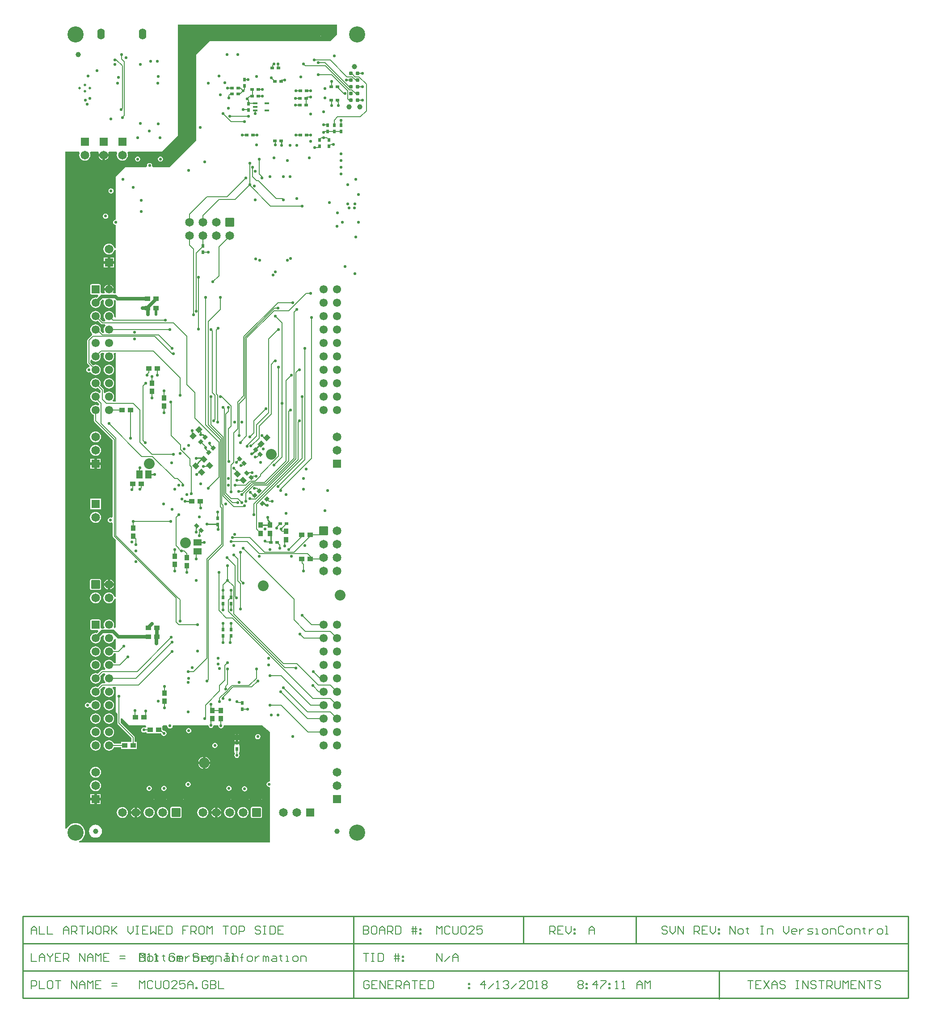
<source format=gbl>
G04 Layer_Physical_Order=6*
G04 Layer_Color=16711680*
%FSAX25Y25*%
%MOIN*%
G70*
G01*
G75*
%ADD22R,0.03740X0.03937*%
%ADD23R,0.03937X0.03740*%
%ADD25C,0.03937*%
%ADD27R,0.02362X0.03150*%
%ADD28R,0.03150X0.02362*%
%ADD47C,0.00500*%
%ADD49C,0.00800*%
%ADD50C,0.01000*%
%ADD51C,0.00600*%
%ADD52C,0.02500*%
%ADD53C,0.02000*%
%ADD55C,0.06102*%
G04:AMPARAMS|DCode=56|XSize=61.02mil|YSize=61.02mil|CornerRadius=1.83mil|HoleSize=0mil|Usage=FLASHONLY|Rotation=270.000|XOffset=0mil|YOffset=0mil|HoleType=Round|Shape=RoundedRectangle|*
%AMROUNDEDRECTD56*
21,1,0.06102,0.05736,0,0,270.0*
21,1,0.05736,0.06102,0,0,270.0*
1,1,0.00366,-0.02868,-0.02868*
1,1,0.00366,-0.02868,0.02868*
1,1,0.00366,0.02868,0.02868*
1,1,0.00366,0.02868,-0.02868*
%
%ADD56ROUNDEDRECTD56*%
%ADD57C,0.12000*%
G04:AMPARAMS|DCode=58|XSize=82.68mil|YSize=55.12mil|CornerRadius=27.56mil|HoleSize=0mil|Usage=FLASHONLY|Rotation=270.000|XOffset=0mil|YOffset=0mil|HoleType=Round|Shape=RoundedRectangle|*
%AMROUNDEDRECTD58*
21,1,0.08268,0.00000,0,0,270.0*
21,1,0.02756,0.05512,0,0,270.0*
1,1,0.05512,0.00000,-0.01378*
1,1,0.05512,0.00000,0.01378*
1,1,0.05512,0.00000,0.01378*
1,1,0.05512,0.00000,-0.01378*
%
%ADD58ROUNDEDRECTD58*%
%ADD59C,0.03900*%
%ADD60C,0.08000*%
G04:AMPARAMS|DCode=61|XSize=64.96mil|YSize=64.96mil|CornerRadius=1.95mil|HoleSize=0mil|Usage=FLASHONLY|Rotation=180.000|XOffset=0mil|YOffset=0mil|HoleType=Round|Shape=RoundedRectangle|*
%AMROUNDEDRECTD61*
21,1,0.06496,0.06106,0,0,180.0*
21,1,0.06106,0.06496,0,0,180.0*
1,1,0.00390,-0.03053,0.03053*
1,1,0.00390,0.03053,0.03053*
1,1,0.00390,0.03053,-0.03053*
1,1,0.00390,-0.03053,-0.03053*
%
%ADD61ROUNDEDRECTD61*%
%ADD62C,0.06496*%
%ADD63R,0.06496X0.06496*%
G04:AMPARAMS|DCode=64|XSize=64.96mil|YSize=64.96mil|CornerRadius=1.95mil|HoleSize=0mil|Usage=FLASHONLY|Rotation=270.000|XOffset=0mil|YOffset=0mil|HoleType=Round|Shape=RoundedRectangle|*
%AMROUNDEDRECTD64*
21,1,0.06496,0.06106,0,0,270.0*
21,1,0.06106,0.06496,0,0,270.0*
1,1,0.00390,-0.03053,-0.03053*
1,1,0.00390,-0.03053,0.03053*
1,1,0.00390,0.03053,0.03053*
1,1,0.00390,0.03053,-0.03053*
%
%ADD64ROUNDEDRECTD64*%
%ADD65R,0.06496X0.06496*%
%ADD66C,0.02200*%
%ADD67C,0.01968*%
%ADD68R,0.05905X0.05118*%
%ADD69C,0.03100*%
G04:AMPARAMS|DCode=70|XSize=37.4mil|YSize=39.37mil|CornerRadius=0mil|HoleSize=0mil|Usage=FLASHONLY|Rotation=315.000|XOffset=0mil|YOffset=0mil|HoleType=Round|Shape=Rectangle|*
%AMROTATEDRECTD70*
4,1,4,-0.02714,-0.00070,0.00070,0.02714,0.02714,0.00070,-0.00070,-0.02714,-0.02714,-0.00070,0.0*
%
%ADD70ROTATEDRECTD70*%

G04:AMPARAMS|DCode=71|XSize=23.62mil|YSize=31.5mil|CornerRadius=0mil|HoleSize=0mil|Usage=FLASHONLY|Rotation=135.000|XOffset=0mil|YOffset=0mil|HoleType=Round|Shape=Rectangle|*
%AMROTATEDRECTD71*
4,1,4,0.01949,0.00278,-0.00278,-0.01949,-0.01949,-0.00278,0.00278,0.01949,0.01949,0.00278,0.0*
%
%ADD71ROTATEDRECTD71*%

G04:AMPARAMS|DCode=72|XSize=37.4mil|YSize=39.37mil|CornerRadius=0mil|HoleSize=0mil|Usage=FLASHONLY|Rotation=225.000|XOffset=0mil|YOffset=0mil|HoleType=Round|Shape=Rectangle|*
%AMROTATEDRECTD72*
4,1,4,-0.00070,0.02714,0.02714,-0.00070,0.00070,-0.02714,-0.02714,0.00070,-0.00070,0.02714,0.0*
%
%ADD72ROTATEDRECTD72*%

G04:AMPARAMS|DCode=73|XSize=23.62mil|YSize=31.5mil|CornerRadius=0mil|HoleSize=0mil|Usage=FLASHONLY|Rotation=225.000|XOffset=0mil|YOffset=0mil|HoleType=Round|Shape=Rectangle|*
%AMROTATEDRECTD73*
4,1,4,-0.00278,0.01949,0.01949,-0.00278,0.00278,-0.01949,-0.01949,0.00278,-0.00278,0.01949,0.0*
%
%ADD73ROTATEDRECTD73*%

%ADD74R,0.05118X0.05905*%
G04:AMPARAMS|DCode=75|XSize=15.75mil|YSize=33.47mil|CornerRadius=1.97mil|HoleSize=0mil|Usage=FLASHONLY|Rotation=270.000|XOffset=0mil|YOffset=0mil|HoleType=Round|Shape=RoundedRectangle|*
%AMROUNDEDRECTD75*
21,1,0.01575,0.02953,0,0,270.0*
21,1,0.01181,0.03347,0,0,270.0*
1,1,0.00394,-0.01476,-0.00591*
1,1,0.00394,-0.01476,0.00591*
1,1,0.00394,0.01476,0.00591*
1,1,0.00394,0.01476,-0.00591*
%
%ADD75ROUNDEDRECTD75*%
%ADD76C,0.00000*%
G36*
X0274200Y0758400D02*
X0269200Y0753400D01*
X0179200D01*
X0169200Y0743400D01*
Y0679400D01*
X0149200Y0659400D01*
X0137094D01*
X0136397Y0660400D01*
X0136437Y0660600D01*
X0136290Y0661341D01*
X0135870Y0661970D01*
X0135241Y0662390D01*
X0134500Y0662537D01*
X0133759Y0662390D01*
X0133130Y0661970D01*
X0132710Y0661341D01*
X0132563Y0660600D01*
X0132603Y0660400D01*
X0131906Y0659400D01*
X0116200D01*
X0109200Y0652400D01*
Y0620337D01*
X0108459Y0620190D01*
X0107830Y0619770D01*
X0107410Y0619141D01*
X0107263Y0618400D01*
X0107410Y0617659D01*
X0107830Y0617030D01*
X0108459Y0616610D01*
X0109200Y0616463D01*
Y0599096D01*
X0108200Y0599030D01*
X0108144Y0599457D01*
X0107736Y0600442D01*
X0107087Y0601287D01*
X0106242Y0601936D01*
X0105257Y0602344D01*
X0104200Y0602483D01*
X0103143Y0602344D01*
X0102158Y0601936D01*
X0101313Y0601287D01*
X0100664Y0600442D01*
X0100256Y0599457D01*
X0100117Y0598400D01*
X0100256Y0597343D01*
X0100664Y0596358D01*
X0101313Y0595513D01*
X0102158Y0594864D01*
X0103143Y0594456D01*
X0104200Y0594317D01*
X0105257Y0594456D01*
X0106242Y0594864D01*
X0107087Y0595513D01*
X0107736Y0596358D01*
X0108144Y0597343D01*
X0108200Y0597770D01*
X0109200Y0597704D01*
Y0565536D01*
X0108900Y0565290D01*
X0108900Y0565290D01*
X0107550D01*
X0107057Y0566290D01*
X0107302Y0566609D01*
X0107630Y0567400D01*
X0104200D01*
X0100770D01*
X0101098Y0566609D01*
X0101343Y0566290D01*
X0100850Y0565290D01*
X0099042D01*
X0098972Y0565297D01*
X0098946Y0565304D01*
X0098070Y0566125D01*
Y0571268D01*
X0097994Y0571652D01*
X0097777Y0571977D01*
X0097452Y0572194D01*
X0097068Y0572270D01*
X0091332D01*
X0090948Y0572194D01*
X0090623Y0571977D01*
X0090406Y0571652D01*
X0090330Y0571268D01*
Y0565532D01*
X0090406Y0565148D01*
X0090623Y0564823D01*
X0090948Y0564606D01*
X0091332Y0564530D01*
X0095959D01*
X0096374Y0563530D01*
X0095021Y0562176D01*
X0094200Y0562284D01*
X0093195Y0562152D01*
X0092258Y0561764D01*
X0091453Y0561147D01*
X0090836Y0560342D01*
X0090448Y0559405D01*
X0090316Y0558400D01*
X0090448Y0557395D01*
X0090836Y0556458D01*
X0091453Y0555653D01*
X0092258Y0555036D01*
X0093195Y0554648D01*
X0094200Y0554516D01*
X0095205Y0554648D01*
X0096142Y0555036D01*
X0096947Y0555653D01*
X0097564Y0556458D01*
X0097952Y0557395D01*
X0098084Y0558400D01*
X0097976Y0559221D01*
X0099407Y0560651D01*
X0099891Y0560567D01*
X0100476Y0559473D01*
X0100448Y0559405D01*
X0100316Y0558400D01*
X0100448Y0557395D01*
X0100836Y0556458D01*
X0101453Y0555653D01*
X0102258Y0555036D01*
X0103195Y0554648D01*
X0104200Y0554516D01*
X0105205Y0554648D01*
X0106142Y0555036D01*
X0106947Y0555653D01*
X0107564Y0556458D01*
X0107952Y0557395D01*
X0108084Y0558400D01*
X0107952Y0559405D01*
X0107731Y0559938D01*
X0108616Y0560416D01*
X0109200Y0559938D01*
Y0547555D01*
X0109137Y0547511D01*
X0108956Y0547462D01*
X0108065Y0548255D01*
X0108084Y0548400D01*
X0107952Y0549405D01*
X0107564Y0550342D01*
X0106947Y0551147D01*
X0106142Y0551764D01*
X0105205Y0552152D01*
X0104200Y0552284D01*
X0103195Y0552152D01*
X0102258Y0551764D01*
X0101453Y0551147D01*
X0100836Y0550342D01*
X0100448Y0549405D01*
X0100316Y0548400D01*
X0100448Y0547395D01*
X0100836Y0546458D01*
X0101453Y0545653D01*
X0101691Y0545471D01*
X0101352Y0544471D01*
X0099643D01*
X0097591Y0546523D01*
X0097952Y0547395D01*
X0098084Y0548400D01*
X0097952Y0549405D01*
X0097564Y0550342D01*
X0096947Y0551147D01*
X0096142Y0551764D01*
X0095205Y0552152D01*
X0094200Y0552284D01*
X0093195Y0552152D01*
X0092258Y0551764D01*
X0091453Y0551147D01*
X0090836Y0550342D01*
X0090448Y0549405D01*
X0090316Y0548400D01*
X0090448Y0547395D01*
X0090836Y0546458D01*
X0091453Y0545653D01*
X0092258Y0545036D01*
X0093195Y0544648D01*
X0094200Y0544516D01*
X0095205Y0544648D01*
X0096077Y0545009D01*
X0098443Y0542643D01*
X0098790Y0542411D01*
X0099200Y0542329D01*
X0099200Y0542329D01*
X0101352D01*
X0101691Y0541329D01*
X0101453Y0541147D01*
X0100836Y0540342D01*
X0100448Y0539405D01*
X0100316Y0538400D01*
X0100448Y0537395D01*
X0100735Y0536702D01*
X0100212Y0535775D01*
X0099424Y0535690D01*
X0097884Y0537230D01*
X0097952Y0537395D01*
X0098084Y0538400D01*
X0097952Y0539405D01*
X0097564Y0540342D01*
X0096947Y0541147D01*
X0096142Y0541764D01*
X0095205Y0542152D01*
X0094200Y0542284D01*
X0093195Y0542152D01*
X0092258Y0541764D01*
X0091453Y0541147D01*
X0090836Y0540342D01*
X0090448Y0539405D01*
X0090316Y0538400D01*
X0090448Y0537395D01*
X0090836Y0536458D01*
X0091453Y0535653D01*
X0091776Y0535406D01*
X0091781Y0535014D01*
X0091613Y0534270D01*
X0091443Y0534157D01*
X0088443Y0531157D01*
X0088211Y0530810D01*
X0088129Y0530400D01*
Y0513400D01*
X0088211Y0512990D01*
X0088443Y0512643D01*
X0089861Y0511225D01*
X0089368Y0510304D01*
X0089200Y0510337D01*
X0088459Y0510190D01*
X0087830Y0509770D01*
X0087410Y0509141D01*
X0087263Y0508400D01*
X0087410Y0507659D01*
X0087830Y0507030D01*
X0088459Y0506610D01*
X0089200Y0506463D01*
X0089941Y0506610D01*
X0090836Y0506458D01*
X0091019Y0506219D01*
X0091453Y0505653D01*
X0092258Y0505036D01*
X0093195Y0504648D01*
X0094200Y0504516D01*
X0095205Y0504648D01*
X0096142Y0505036D01*
X0096947Y0505653D01*
X0097564Y0506458D01*
X0097952Y0507395D01*
X0098084Y0508400D01*
X0097952Y0509405D01*
X0097564Y0510342D01*
X0096947Y0511147D01*
X0096142Y0511764D01*
X0095205Y0512152D01*
X0094200Y0512284D01*
X0093195Y0512152D01*
X0092323Y0511791D01*
X0090271Y0513843D01*
Y0515552D01*
X0091271Y0515892D01*
X0091453Y0515653D01*
X0092258Y0515036D01*
X0093195Y0514648D01*
X0094200Y0514516D01*
X0095205Y0514648D01*
X0096142Y0515036D01*
X0096947Y0515653D01*
X0097564Y0516458D01*
X0097952Y0517395D01*
X0098084Y0518400D01*
X0097952Y0519405D01*
X0097654Y0520124D01*
X0098707Y0521176D01*
X0100216D01*
X0100540Y0520741D01*
X0100767Y0520177D01*
X0100448Y0519405D01*
X0100316Y0518400D01*
X0100448Y0517395D01*
X0100836Y0516458D01*
X0101453Y0515653D01*
X0102258Y0515036D01*
X0103195Y0514648D01*
X0104200Y0514516D01*
X0105205Y0514648D01*
X0106142Y0515036D01*
X0106947Y0515653D01*
X0107564Y0516458D01*
X0107952Y0517395D01*
X0108084Y0518400D01*
X0107952Y0519405D01*
X0107633Y0520177D01*
X0107861Y0520741D01*
X0108184Y0521176D01*
X0109200D01*
Y0484623D01*
X0107247D01*
X0106908Y0485624D01*
X0106947Y0485653D01*
X0107564Y0486458D01*
X0107952Y0487395D01*
X0108084Y0488400D01*
X0107952Y0489405D01*
X0107564Y0490342D01*
X0106947Y0491147D01*
X0106142Y0491764D01*
X0105205Y0492152D01*
X0104200Y0492284D01*
X0103195Y0492152D01*
X0102258Y0491764D01*
X0101453Y0491147D01*
X0101424Y0491108D01*
X0100424Y0491447D01*
Y0493400D01*
X0100330Y0493868D01*
X0100065Y0494265D01*
X0097654Y0496676D01*
X0097952Y0497395D01*
X0098084Y0498400D01*
X0097952Y0499405D01*
X0097564Y0500342D01*
X0096947Y0501147D01*
X0096142Y0501764D01*
X0095205Y0502152D01*
X0094200Y0502284D01*
X0093195Y0502152D01*
X0092258Y0501764D01*
X0091453Y0501147D01*
X0090836Y0500342D01*
X0090448Y0499405D01*
X0090316Y0498400D01*
X0090448Y0497395D01*
X0090836Y0496458D01*
X0091453Y0495653D01*
X0092258Y0495036D01*
X0093195Y0494648D01*
X0094200Y0494516D01*
X0095205Y0494648D01*
X0095924Y0494946D01*
X0097976Y0492893D01*
Y0491447D01*
X0096977Y0491108D01*
X0096947Y0491147D01*
X0096142Y0491764D01*
X0095205Y0492152D01*
X0094200Y0492284D01*
X0093195Y0492152D01*
X0092258Y0491764D01*
X0091453Y0491147D01*
X0090836Y0490342D01*
X0090448Y0489405D01*
X0090316Y0488400D01*
X0090448Y0487395D01*
X0090836Y0486458D01*
X0091453Y0485653D01*
X0092258Y0485036D01*
X0093195Y0484648D01*
X0094200Y0484516D01*
X0095205Y0484648D01*
X0095370Y0484716D01*
X0096910Y0483176D01*
X0096825Y0482388D01*
X0095898Y0481865D01*
X0095205Y0482152D01*
X0094200Y0482284D01*
X0093195Y0482152D01*
X0092258Y0481764D01*
X0091453Y0481147D01*
X0090836Y0480342D01*
X0090448Y0479405D01*
X0090316Y0478400D01*
X0090448Y0477395D01*
X0090836Y0476458D01*
X0091453Y0475653D01*
X0092258Y0475036D01*
X0093129Y0474675D01*
Y0470400D01*
X0093211Y0469990D01*
X0093443Y0469643D01*
X0107129Y0455957D01*
Y0398595D01*
X0106129Y0398064D01*
X0105941Y0398190D01*
X0105200Y0398337D01*
X0104459Y0398190D01*
X0103830Y0397770D01*
X0103410Y0397141D01*
X0103263Y0396400D01*
X0103410Y0395659D01*
X0103830Y0395030D01*
X0104459Y0394610D01*
X0105200Y0394463D01*
X0105941Y0394610D01*
X0106129Y0394736D01*
X0107129Y0394205D01*
Y0384400D01*
X0107211Y0383990D01*
X0107443Y0383643D01*
X0109200Y0381886D01*
Y0339096D01*
X0108200Y0339030D01*
X0108144Y0339457D01*
X0107736Y0340441D01*
X0107087Y0341287D01*
X0106242Y0341936D01*
X0105257Y0342344D01*
X0104200Y0342483D01*
X0103143Y0342344D01*
X0102158Y0341936D01*
X0101313Y0341287D01*
X0100664Y0340441D01*
X0100256Y0339457D01*
X0100117Y0338400D01*
X0100256Y0337343D01*
X0100664Y0336358D01*
X0101313Y0335513D01*
X0102158Y0334864D01*
X0103143Y0334456D01*
X0104200Y0334317D01*
X0105257Y0334456D01*
X0106242Y0334864D01*
X0107087Y0335513D01*
X0107736Y0336358D01*
X0108144Y0337343D01*
X0108200Y0337770D01*
X0109200Y0337704D01*
Y0316526D01*
X0108231Y0315867D01*
X0108224Y0315874D01*
X0107776Y0316969D01*
X0107952Y0317395D01*
X0108084Y0318400D01*
X0107952Y0319405D01*
X0107564Y0320342D01*
X0106947Y0321147D01*
X0106142Y0321764D01*
X0105205Y0322152D01*
X0104200Y0322284D01*
X0103195Y0322152D01*
X0102258Y0321764D01*
X0101453Y0321147D01*
X0100836Y0320342D01*
X0100448Y0319405D01*
X0100316Y0318400D01*
X0100448Y0317395D01*
X0100836Y0316458D01*
X0100318Y0315490D01*
X0099200D01*
X0099200Y0315490D01*
X0099040Y0315458D01*
X0098070Y0316222D01*
Y0321268D01*
X0097994Y0321652D01*
X0097777Y0321977D01*
X0097452Y0322194D01*
X0097068Y0322270D01*
X0091332D01*
X0090948Y0322194D01*
X0090623Y0321977D01*
X0090406Y0321652D01*
X0090330Y0321268D01*
Y0315532D01*
X0090406Y0315148D01*
X0090623Y0314823D01*
X0090948Y0314606D01*
X0091332Y0314530D01*
X0095959D01*
X0096374Y0313530D01*
X0095021Y0312176D01*
X0094200Y0312284D01*
X0093195Y0312152D01*
X0092258Y0311764D01*
X0091453Y0311147D01*
X0090836Y0310342D01*
X0090448Y0309405D01*
X0090316Y0308400D01*
X0090448Y0307395D01*
X0090836Y0306458D01*
X0091453Y0305653D01*
X0092258Y0305036D01*
X0093195Y0304648D01*
X0094200Y0304516D01*
X0095205Y0304648D01*
X0096142Y0305036D01*
X0096947Y0305653D01*
X0097564Y0306458D01*
X0097952Y0307395D01*
X0098084Y0308400D01*
X0097976Y0309221D01*
X0099491Y0310735D01*
X0099892Y0310676D01*
X0100517Y0309573D01*
X0100448Y0309405D01*
X0100316Y0308400D01*
X0100448Y0307395D01*
X0100836Y0306458D01*
X0101453Y0305653D01*
X0102258Y0305036D01*
X0103195Y0304648D01*
X0104200Y0304516D01*
X0105205Y0304648D01*
X0106142Y0305036D01*
X0106947Y0305653D01*
X0107564Y0306458D01*
X0107904Y0307279D01*
X0108057Y0307436D01*
X0109016Y0307817D01*
X0109076Y0307784D01*
X0109200Y0307581D01*
Y0299623D01*
X0107862D01*
X0107564Y0300342D01*
X0106947Y0301147D01*
X0106142Y0301764D01*
X0105205Y0302152D01*
X0104200Y0302284D01*
X0103195Y0302152D01*
X0102258Y0301764D01*
X0101453Y0301147D01*
X0100836Y0300342D01*
X0100448Y0299405D01*
X0100316Y0298400D01*
X0100448Y0297395D01*
X0100836Y0296458D01*
X0101453Y0295653D01*
X0102258Y0295036D01*
X0103195Y0294648D01*
X0104200Y0294516D01*
X0105205Y0294648D01*
X0106142Y0295036D01*
X0106947Y0295653D01*
X0107564Y0296458D01*
X0107862Y0297177D01*
X0109200D01*
Y0289623D01*
X0107862D01*
X0107564Y0290342D01*
X0106947Y0291147D01*
X0106142Y0291764D01*
X0105205Y0292152D01*
X0104200Y0292284D01*
X0103195Y0292152D01*
X0102258Y0291764D01*
X0101453Y0291147D01*
X0100836Y0290342D01*
X0100448Y0289405D01*
X0100316Y0288400D01*
X0100448Y0287395D01*
X0100836Y0286458D01*
X0101453Y0285653D01*
X0101492Y0285624D01*
X0101153Y0284624D01*
X0099200D01*
X0098732Y0284530D01*
X0098335Y0284265D01*
X0095924Y0281854D01*
X0095205Y0282152D01*
X0094200Y0282284D01*
X0093195Y0282152D01*
X0092258Y0281764D01*
X0091453Y0281147D01*
X0090836Y0280342D01*
X0090448Y0279405D01*
X0090316Y0278400D01*
X0090448Y0277395D01*
X0090836Y0276458D01*
X0091453Y0275653D01*
X0092258Y0275036D01*
X0093195Y0274648D01*
X0094200Y0274516D01*
X0095205Y0274648D01*
X0096142Y0275036D01*
X0096947Y0275653D01*
X0097564Y0276458D01*
X0097952Y0277395D01*
X0098084Y0278400D01*
X0097952Y0279405D01*
X0097654Y0280124D01*
X0099707Y0282176D01*
X0101153D01*
X0101492Y0281176D01*
X0101453Y0281147D01*
X0100836Y0280342D01*
X0100448Y0279405D01*
X0100316Y0278400D01*
X0100448Y0277395D01*
X0100836Y0276458D01*
X0101453Y0275653D01*
X0101492Y0275623D01*
X0101153Y0274623D01*
X0099200D01*
X0098732Y0274530D01*
X0098335Y0274265D01*
X0095924Y0271854D01*
X0095205Y0272152D01*
X0094200Y0272284D01*
X0093195Y0272152D01*
X0092258Y0271764D01*
X0091453Y0271147D01*
X0090836Y0270342D01*
X0090448Y0269405D01*
X0090316Y0268400D01*
X0090448Y0267395D01*
X0090836Y0266458D01*
X0091453Y0265653D01*
X0092258Y0265036D01*
X0093195Y0264648D01*
X0094200Y0264516D01*
X0095205Y0264648D01*
X0096142Y0265036D01*
X0096947Y0265653D01*
X0097564Y0266458D01*
X0097952Y0267395D01*
X0098084Y0268400D01*
X0097952Y0269405D01*
X0097654Y0270124D01*
X0099707Y0272177D01*
X0101153D01*
X0101492Y0271177D01*
X0101453Y0271147D01*
X0100836Y0270342D01*
X0100448Y0269405D01*
X0100316Y0268400D01*
X0100448Y0267395D01*
X0100836Y0266458D01*
X0101453Y0265653D01*
X0102258Y0265036D01*
X0103195Y0264648D01*
X0104200Y0264516D01*
X0105205Y0264648D01*
X0106142Y0265036D01*
X0106947Y0265653D01*
X0107564Y0266458D01*
X0107952Y0267395D01*
X0108084Y0268400D01*
X0107952Y0269405D01*
X0107564Y0270342D01*
X0106947Y0271147D01*
X0106908Y0271177D01*
X0107247Y0272177D01*
X0109200D01*
Y0253400D01*
X0110477Y0252123D01*
Y0244900D01*
X0110570Y0244432D01*
X0110835Y0244035D01*
X0120976Y0233893D01*
Y0231070D01*
X0119819D01*
X0119581Y0231070D01*
X0118819D01*
X0118581Y0231070D01*
X0113282D01*
Y0229624D01*
X0107862D01*
X0107564Y0230342D01*
X0106947Y0231147D01*
X0106142Y0231764D01*
X0105205Y0232152D01*
X0104200Y0232284D01*
X0103195Y0232152D01*
X0102258Y0231764D01*
X0101453Y0231147D01*
X0100836Y0230342D01*
X0100448Y0229405D01*
X0100316Y0228400D01*
X0100448Y0227395D01*
X0100836Y0226458D01*
X0101453Y0225653D01*
X0102258Y0225036D01*
X0103195Y0224648D01*
X0104200Y0224516D01*
X0105205Y0224648D01*
X0106142Y0225036D01*
X0106947Y0225653D01*
X0107564Y0226458D01*
X0107862Y0227176D01*
X0113282D01*
Y0225730D01*
X0118581D01*
X0118819Y0225730D01*
X0119581D01*
X0119819Y0225730D01*
X0125118D01*
Y0231070D01*
X0123424D01*
Y0234400D01*
X0123330Y0234868D01*
X0123065Y0235265D01*
X0112924Y0245407D01*
Y0248370D01*
X0113847Y0248753D01*
X0119200Y0243400D01*
X0131518D01*
X0132110Y0242499D01*
X0131984Y0242075D01*
X0130945Y0241687D01*
X0130941Y0241690D01*
X0130200Y0241837D01*
X0129459Y0241690D01*
X0128830Y0241270D01*
X0128410Y0240641D01*
X0128263Y0239900D01*
X0128410Y0239159D01*
X0128830Y0238530D01*
X0129459Y0238110D01*
X0130200Y0237963D01*
X0130941Y0238110D01*
X0131282Y0238338D01*
X0132204Y0237965D01*
X0132282Y0237895D01*
Y0237230D01*
X0137581D01*
X0137819Y0237230D01*
X0138581D01*
X0138819Y0237230D01*
X0143289D01*
X0143298Y0237221D01*
X0143410Y0236659D01*
X0143830Y0236030D01*
X0144459Y0235610D01*
X0145200Y0235463D01*
X0145941Y0235610D01*
X0146570Y0236030D01*
X0146990Y0236659D01*
X0147137Y0237400D01*
X0146990Y0238141D01*
X0146570Y0238770D01*
X0145941Y0239190D01*
X0145200Y0239337D01*
X0144874Y0239272D01*
X0144118Y0239944D01*
Y0242400D01*
X0144118Y0242570D01*
X0144529Y0243400D01*
X0147352D01*
X0147763Y0242900D01*
X0147910Y0242159D01*
X0148330Y0241530D01*
X0148959Y0241110D01*
X0149700Y0240963D01*
X0150441Y0241110D01*
X0151070Y0241530D01*
X0151490Y0242159D01*
X0151637Y0242900D01*
X0152048Y0243400D01*
X0178281D01*
X0178363Y0243300D01*
X0178510Y0242559D01*
X0178930Y0241930D01*
X0179559Y0241510D01*
X0180300Y0241363D01*
X0181041Y0241510D01*
X0181670Y0241930D01*
X0182090Y0242559D01*
X0182237Y0243300D01*
X0182319Y0243400D01*
X0185617D01*
X0185863Y0243100D01*
X0186010Y0242359D01*
X0186430Y0241730D01*
X0187059Y0241310D01*
X0187800Y0241163D01*
X0188541Y0241310D01*
X0189170Y0241730D01*
X0189590Y0242359D01*
X0189737Y0243100D01*
X0189983Y0243400D01*
X0218200D01*
X0224200Y0238400D01*
Y0201748D01*
X0223700Y0201337D01*
X0222959Y0201190D01*
X0222330Y0200770D01*
X0221910Y0200141D01*
X0221763Y0199400D01*
X0221910Y0198659D01*
X0222330Y0198030D01*
X0222959Y0197610D01*
X0223700Y0197463D01*
X0224200Y0197052D01*
Y0155949D01*
X0082263D01*
X0082117Y0156324D01*
X0082086Y0156949D01*
X0083136Y0157510D01*
X0084209Y0158391D01*
X0085090Y0159464D01*
X0085745Y0160689D01*
X0086148Y0162018D01*
X0086284Y0163400D01*
X0086148Y0164782D01*
X0085745Y0166111D01*
X0085090Y0167336D01*
X0084209Y0168409D01*
X0083136Y0169290D01*
X0081911Y0169945D01*
X0080582Y0170348D01*
X0079200Y0170484D01*
X0077818Y0170348D01*
X0076489Y0169945D01*
X0075264Y0169290D01*
X0074191Y0168409D01*
X0073310Y0167336D01*
X0072749Y0166286D01*
X0072124Y0166317D01*
X0071749Y0166463D01*
Y0670900D01*
X0081816D01*
X0082440Y0669900D01*
X0082256Y0669457D01*
X0082117Y0668400D01*
X0082256Y0667343D01*
X0082664Y0666359D01*
X0083313Y0665513D01*
X0084158Y0664864D01*
X0085143Y0664456D01*
X0086200Y0664317D01*
X0087257Y0664456D01*
X0088241Y0664864D01*
X0089087Y0665513D01*
X0089736Y0666359D01*
X0090144Y0667343D01*
X0090283Y0668400D01*
X0090144Y0669457D01*
X0089960Y0669900D01*
X0090584Y0670900D01*
X0096229D01*
X0096764Y0669900D01*
X0096557Y0669400D01*
X0100200D01*
X0103843D01*
X0103636Y0669900D01*
X0104171Y0670900D01*
X0109816Y0670900D01*
X0110440Y0669900D01*
X0110256Y0669457D01*
X0110117Y0668400D01*
X0110256Y0667343D01*
X0110664Y0666359D01*
X0111313Y0665513D01*
X0112159Y0664864D01*
X0113143Y0664456D01*
X0114200Y0664317D01*
X0115257Y0664456D01*
X0116242Y0664864D01*
X0117087Y0665513D01*
X0117736Y0666359D01*
X0118144Y0667343D01*
X0118283Y0668400D01*
X0118144Y0669457D01*
X0117960Y0669900D01*
X0118584Y0670900D01*
X0143700D01*
X0155700Y0682900D01*
X0155700Y0765851D01*
X0274200D01*
Y0758400D01*
D02*
G37*
%LPC*%
G36*
X0147200Y0190656D02*
X0147046Y0190553D01*
X0146944Y0190400D01*
X0147200D01*
Y0190656D01*
D02*
G37*
G36*
X0137700D02*
Y0190400D01*
X0137956D01*
X0137854Y0190553D01*
X0137700Y0190656D01*
D02*
G37*
G36*
X0149200D02*
Y0190400D01*
X0149456D01*
X0149354Y0190553D01*
X0149200Y0190656D01*
D02*
G37*
G36*
X0195200D02*
X0195046Y0190553D01*
X0194944Y0190400D01*
X0195200D01*
Y0190656D01*
D02*
G37*
G36*
X0159700D02*
Y0190400D01*
X0159956D01*
X0159853Y0190553D01*
X0159700Y0190656D01*
D02*
G37*
G36*
X0157700D02*
X0157546Y0190553D01*
X0157444Y0190400D01*
X0157700D01*
Y0190656D01*
D02*
G37*
G36*
X0135700D02*
X0135547Y0190553D01*
X0135444Y0190400D01*
X0135700D01*
Y0190656D01*
D02*
G37*
G36*
X0218200Y0188400D02*
X0217944D01*
X0218046Y0188247D01*
X0218200Y0188144D01*
Y0188400D01*
D02*
G37*
G36*
X0208956D02*
X0208700D01*
Y0188144D01*
X0208854Y0188247D01*
X0208956Y0188400D01*
D02*
G37*
G36*
X0206700D02*
X0206444D01*
X0206546Y0188247D01*
X0206700Y0188144D01*
Y0188400D01*
D02*
G37*
G36*
X0097948Y0192148D02*
X0095200D01*
Y0189400D01*
X0097948D01*
Y0192148D01*
D02*
G37*
G36*
X0093200D02*
X0090452D01*
Y0189400D01*
X0093200D01*
Y0192148D01*
D02*
G37*
G36*
X0220456Y0188400D02*
X0220200D01*
Y0188144D01*
X0220354Y0188247D01*
X0220456Y0188400D01*
D02*
G37*
G36*
X0193700Y0198337D02*
X0192959Y0198190D01*
X0192330Y0197770D01*
X0191910Y0197141D01*
X0191763Y0196400D01*
X0191910Y0195659D01*
X0192330Y0195030D01*
X0192959Y0194610D01*
X0193700Y0194463D01*
X0194441Y0194610D01*
X0195070Y0195030D01*
X0195490Y0195659D01*
X0195637Y0196400D01*
X0195490Y0197141D01*
X0195070Y0197770D01*
X0194441Y0198190D01*
X0193700Y0198337D01*
D02*
G37*
G36*
X0145200D02*
X0144459Y0198190D01*
X0143830Y0197770D01*
X0143410Y0197141D01*
X0143263Y0196400D01*
X0143410Y0195659D01*
X0143830Y0195030D01*
X0144459Y0194610D01*
X0145200Y0194463D01*
X0145941Y0194610D01*
X0146570Y0195030D01*
X0146990Y0195659D01*
X0147137Y0196400D01*
X0146990Y0197141D01*
X0146570Y0197770D01*
X0145941Y0198190D01*
X0145200Y0198337D01*
D02*
G37*
G36*
X0134200D02*
X0133459Y0198190D01*
X0132830Y0197770D01*
X0132410Y0197141D01*
X0132263Y0196400D01*
X0132410Y0195659D01*
X0132830Y0195030D01*
X0133459Y0194610D01*
X0134200Y0194463D01*
X0134941Y0194610D01*
X0135570Y0195030D01*
X0135990Y0195659D01*
X0136137Y0196400D01*
X0135990Y0197141D01*
X0135570Y0197770D01*
X0134941Y0198190D01*
X0134200Y0198337D01*
D02*
G37*
G36*
X0174200Y0214400D02*
X0170793D01*
X0170816Y0214225D01*
X0171269Y0213131D01*
X0171991Y0212191D01*
X0172931Y0211469D01*
X0174025Y0211016D01*
X0174200Y0210993D01*
Y0214400D01*
D02*
G37*
G36*
X0094200Y0212483D02*
X0093143Y0212344D01*
X0092159Y0211936D01*
X0091313Y0211287D01*
X0090664Y0210441D01*
X0090256Y0209457D01*
X0090117Y0208400D01*
X0090256Y0207343D01*
X0090664Y0206359D01*
X0091313Y0205513D01*
X0092159Y0204864D01*
X0093143Y0204456D01*
X0094200Y0204317D01*
X0095257Y0204456D01*
X0096241Y0204864D01*
X0097087Y0205513D01*
X0097736Y0206359D01*
X0098144Y0207343D01*
X0098283Y0208400D01*
X0098144Y0209457D01*
X0097736Y0210441D01*
X0097087Y0211287D01*
X0096241Y0211936D01*
X0095257Y0212344D01*
X0094200Y0212483D01*
D02*
G37*
G36*
X0163200Y0201337D02*
X0162459Y0201190D01*
X0161830Y0200770D01*
X0161410Y0200141D01*
X0161263Y0199400D01*
X0161410Y0198659D01*
X0161830Y0198030D01*
X0162459Y0197610D01*
X0163200Y0197463D01*
X0163941Y0197610D01*
X0164570Y0198030D01*
X0164990Y0198659D01*
X0165137Y0199400D01*
X0164990Y0200141D01*
X0164570Y0200770D01*
X0163941Y0201190D01*
X0163200Y0201337D01*
D02*
G37*
G36*
X0094200Y0202483D02*
X0093143Y0202344D01*
X0092159Y0201936D01*
X0091313Y0201287D01*
X0090664Y0200442D01*
X0090256Y0199457D01*
X0090117Y0198400D01*
X0090256Y0197343D01*
X0090664Y0196359D01*
X0091313Y0195513D01*
X0092159Y0194864D01*
X0093143Y0194456D01*
X0094200Y0194317D01*
X0095257Y0194456D01*
X0096241Y0194864D01*
X0097087Y0195513D01*
X0097736Y0196359D01*
X0098144Y0197343D01*
X0098283Y0198400D01*
X0098144Y0199457D01*
X0097736Y0200442D01*
X0097087Y0201287D01*
X0096241Y0201936D01*
X0095257Y0202344D01*
X0094200Y0202483D01*
D02*
G37*
G36*
X0208700Y0190656D02*
Y0190400D01*
X0208956D01*
X0208854Y0190553D01*
X0208700Y0190656D01*
D02*
G37*
G36*
X0206700D02*
X0206546Y0190553D01*
X0206444Y0190400D01*
X0206700D01*
Y0190656D01*
D02*
G37*
G36*
X0197200D02*
Y0190400D01*
X0197456D01*
X0197353Y0190553D01*
X0197200Y0190656D01*
D02*
G37*
G36*
X0205396Y0198018D02*
X0204655Y0197871D01*
X0204026Y0197451D01*
X0203606Y0196822D01*
X0203459Y0196081D01*
X0203606Y0195340D01*
X0204026Y0194711D01*
X0204655Y0194291D01*
X0205396Y0194144D01*
X0206137Y0194291D01*
X0206766Y0194711D01*
X0207186Y0195340D01*
X0207333Y0196081D01*
X0207186Y0196822D01*
X0206766Y0197451D01*
X0206137Y0197871D01*
X0205396Y0198018D01*
D02*
G37*
G36*
X0220200Y0190656D02*
Y0190400D01*
X0220456D01*
X0220354Y0190553D01*
X0220200Y0190656D01*
D02*
G37*
G36*
X0218200D02*
X0218046Y0190553D01*
X0217944Y0190400D01*
X0218200D01*
Y0190656D01*
D02*
G37*
G36*
X0197456Y0188400D02*
X0197200D01*
Y0188144D01*
X0197353Y0188247D01*
X0197456Y0188400D01*
D02*
G37*
G36*
X0123200Y0177400D02*
X0120557D01*
X0120926Y0176510D01*
X0121527Y0175727D01*
X0122310Y0175126D01*
X0123200Y0174757D01*
Y0177400D01*
D02*
G37*
G36*
X0217253Y0182568D02*
X0211147D01*
X0210759Y0182490D01*
X0210430Y0182270D01*
X0210210Y0181941D01*
X0210133Y0181553D01*
Y0175447D01*
X0210210Y0175059D01*
X0210430Y0174730D01*
X0210759Y0174510D01*
X0211147Y0174433D01*
X0217253D01*
X0217641Y0174510D01*
X0217970Y0174730D01*
X0218190Y0175059D01*
X0218267Y0175447D01*
Y0181553D01*
X0218190Y0181941D01*
X0217970Y0182270D01*
X0217641Y0182490D01*
X0217253Y0182568D01*
D02*
G37*
G36*
X0157253D02*
X0151147D01*
X0150759Y0182490D01*
X0150430Y0182270D01*
X0150210Y0181941D01*
X0150133Y0181553D01*
Y0175447D01*
X0150210Y0175059D01*
X0150430Y0174730D01*
X0150759Y0174510D01*
X0151147Y0174433D01*
X0157253D01*
X0157641Y0174510D01*
X0157970Y0174730D01*
X0158190Y0175059D01*
X0158267Y0175447D01*
Y0181553D01*
X0158190Y0181941D01*
X0157970Y0182270D01*
X0157641Y0182490D01*
X0157253Y0182568D01*
D02*
G37*
G36*
X0187843Y0177400D02*
X0185200D01*
Y0174757D01*
X0186090Y0175126D01*
X0186873Y0175727D01*
X0187474Y0176510D01*
X0187843Y0177400D01*
D02*
G37*
G36*
X0127843D02*
X0125200D01*
Y0174757D01*
X0126090Y0175126D01*
X0126873Y0175727D01*
X0127474Y0176510D01*
X0127843Y0177400D01*
D02*
G37*
G36*
X0183200D02*
X0180557D01*
X0180926Y0176510D01*
X0181527Y0175727D01*
X0182310Y0175126D01*
X0183200Y0174757D01*
Y0177400D01*
D02*
G37*
G36*
X0204200Y0182483D02*
X0203143Y0182344D01*
X0202158Y0181936D01*
X0201313Y0181287D01*
X0200664Y0180441D01*
X0200256Y0179457D01*
X0200117Y0178400D01*
X0200256Y0177343D01*
X0200664Y0176358D01*
X0201313Y0175513D01*
X0202158Y0174864D01*
X0203143Y0174456D01*
X0204200Y0174317D01*
X0205257Y0174456D01*
X0206241Y0174864D01*
X0207087Y0175513D01*
X0207736Y0176358D01*
X0208144Y0177343D01*
X0208283Y0178400D01*
X0208144Y0179457D01*
X0207736Y0180441D01*
X0207087Y0181287D01*
X0206241Y0181936D01*
X0205257Y0182344D01*
X0204200Y0182483D01*
D02*
G37*
G36*
X0134200D02*
X0133143Y0182344D01*
X0132159Y0181936D01*
X0131313Y0181287D01*
X0130664Y0180441D01*
X0130256Y0179457D01*
X0130117Y0178400D01*
X0130256Y0177343D01*
X0130664Y0176358D01*
X0131313Y0175513D01*
X0132159Y0174864D01*
X0133143Y0174456D01*
X0134200Y0174317D01*
X0135257Y0174456D01*
X0136241Y0174864D01*
X0137087Y0175513D01*
X0137736Y0176358D01*
X0138144Y0177343D01*
X0138283Y0178400D01*
X0138144Y0179457D01*
X0137736Y0180441D01*
X0137087Y0181287D01*
X0136241Y0181936D01*
X0135257Y0182344D01*
X0134200Y0182483D01*
D02*
G37*
G36*
X0114200D02*
X0113143Y0182344D01*
X0112159Y0181936D01*
X0111313Y0181287D01*
X0110664Y0180441D01*
X0110256Y0179457D01*
X0110117Y0178400D01*
X0110256Y0177343D01*
X0110664Y0176358D01*
X0111313Y0175513D01*
X0112159Y0174864D01*
X0113143Y0174456D01*
X0114200Y0174317D01*
X0115257Y0174456D01*
X0116242Y0174864D01*
X0117087Y0175513D01*
X0117736Y0176358D01*
X0118144Y0177343D01*
X0118283Y0178400D01*
X0118144Y0179457D01*
X0117736Y0180441D01*
X0117087Y0181287D01*
X0116242Y0181936D01*
X0115257Y0182344D01*
X0114200Y0182483D01*
D02*
G37*
G36*
X0094200Y0169228D02*
X0092950Y0169064D01*
X0091786Y0168581D01*
X0090786Y0167814D01*
X0090019Y0166814D01*
X0089536Y0165650D01*
X0089372Y0164400D01*
X0089536Y0163150D01*
X0090019Y0161986D01*
X0090786Y0160986D01*
X0091786Y0160219D01*
X0092950Y0159736D01*
X0094200Y0159572D01*
X0095450Y0159736D01*
X0096614Y0160219D01*
X0097614Y0160986D01*
X0098381Y0161986D01*
X0098864Y0163150D01*
X0099028Y0164400D01*
X0098864Y0165650D01*
X0098381Y0166814D01*
X0097614Y0167814D01*
X0096614Y0168581D01*
X0095450Y0169064D01*
X0094200Y0169228D01*
D02*
G37*
G36*
X0194200Y0182483D02*
X0193143Y0182344D01*
X0192158Y0181936D01*
X0191313Y0181287D01*
X0190664Y0180441D01*
X0190256Y0179457D01*
X0190117Y0178400D01*
X0190256Y0177343D01*
X0190664Y0176358D01*
X0191313Y0175513D01*
X0192158Y0174864D01*
X0193143Y0174456D01*
X0194200Y0174317D01*
X0195257Y0174456D01*
X0196241Y0174864D01*
X0197087Y0175513D01*
X0197736Y0176358D01*
X0198144Y0177343D01*
X0198283Y0178400D01*
X0198144Y0179457D01*
X0197736Y0180441D01*
X0197087Y0181287D01*
X0196241Y0181936D01*
X0195257Y0182344D01*
X0194200Y0182483D01*
D02*
G37*
G36*
X0174200D02*
X0173143Y0182344D01*
X0172159Y0181936D01*
X0171313Y0181287D01*
X0170664Y0180441D01*
X0170256Y0179457D01*
X0170117Y0178400D01*
X0170256Y0177343D01*
X0170664Y0176358D01*
X0171313Y0175513D01*
X0172159Y0174864D01*
X0173143Y0174456D01*
X0174200Y0174317D01*
X0175257Y0174456D01*
X0176242Y0174864D01*
X0177087Y0175513D01*
X0177736Y0176358D01*
X0178144Y0177343D01*
X0178283Y0178400D01*
X0178144Y0179457D01*
X0177736Y0180441D01*
X0177087Y0181287D01*
X0176242Y0181936D01*
X0175257Y0182344D01*
X0174200Y0182483D01*
D02*
G37*
G36*
X0144200D02*
X0143143Y0182344D01*
X0142158Y0181936D01*
X0141313Y0181287D01*
X0140664Y0180441D01*
X0140256Y0179457D01*
X0140117Y0178400D01*
X0140256Y0177343D01*
X0140664Y0176358D01*
X0141313Y0175513D01*
X0142158Y0174864D01*
X0143143Y0174456D01*
X0144200Y0174317D01*
X0145257Y0174456D01*
X0146241Y0174864D01*
X0147087Y0175513D01*
X0147736Y0176358D01*
X0148144Y0177343D01*
X0148283Y0178400D01*
X0148144Y0179457D01*
X0147736Y0180441D01*
X0147087Y0181287D01*
X0146241Y0181936D01*
X0145257Y0182344D01*
X0144200Y0182483D01*
D02*
G37*
G36*
X0149456Y0188400D02*
X0149200D01*
Y0188144D01*
X0149354Y0188247D01*
X0149456Y0188400D01*
D02*
G37*
G36*
X0147200D02*
X0146944D01*
X0147046Y0188247D01*
X0147200Y0188144D01*
Y0188400D01*
D02*
G37*
G36*
X0137956D02*
X0137700D01*
Y0188144D01*
X0137854Y0188247D01*
X0137956Y0188400D01*
D02*
G37*
G36*
X0195200D02*
X0194944D01*
X0195046Y0188247D01*
X0195200Y0188144D01*
Y0188400D01*
D02*
G37*
G36*
X0159956D02*
X0159700D01*
Y0188144D01*
X0159853Y0188247D01*
X0159956Y0188400D01*
D02*
G37*
G36*
X0157700D02*
X0157444D01*
X0157546Y0188247D01*
X0157700Y0188144D01*
Y0188400D01*
D02*
G37*
G36*
X0135700D02*
X0135444D01*
X0135547Y0188247D01*
X0135700Y0188144D01*
Y0188400D01*
D02*
G37*
G36*
X0185200Y0182043D02*
Y0179400D01*
X0187843D01*
X0187474Y0180290D01*
X0186873Y0181073D01*
X0186090Y0181674D01*
X0185200Y0182043D01*
D02*
G37*
G36*
X0123200D02*
X0122310Y0181674D01*
X0121527Y0181073D01*
X0120926Y0180290D01*
X0120557Y0179400D01*
X0123200D01*
Y0182043D01*
D02*
G37*
G36*
X0183200D02*
X0182310Y0181674D01*
X0181527Y0181073D01*
X0180926Y0180290D01*
X0180557Y0179400D01*
X0183200D01*
Y0182043D01*
D02*
G37*
G36*
X0097948Y0187400D02*
X0095200D01*
Y0184652D01*
X0097948D01*
Y0187400D01*
D02*
G37*
G36*
X0093200D02*
X0090452D01*
Y0184652D01*
X0093200D01*
Y0187400D01*
D02*
G37*
G36*
X0125200Y0182043D02*
Y0179400D01*
X0127843D01*
X0127474Y0180290D01*
X0126873Y0181073D01*
X0126090Y0181674D01*
X0125200Y0182043D01*
D02*
G37*
G36*
X0179607Y0214400D02*
X0176200D01*
Y0210993D01*
X0176375Y0211016D01*
X0177469Y0211469D01*
X0178409Y0212191D01*
X0179131Y0213131D01*
X0179584Y0214225D01*
X0179607Y0214400D01*
D02*
G37*
G36*
X0104200Y0512284D02*
X0103195Y0512152D01*
X0102258Y0511764D01*
X0101453Y0511147D01*
X0100836Y0510342D01*
X0100448Y0509405D01*
X0100316Y0508400D01*
X0100448Y0507395D01*
X0100836Y0506458D01*
X0101453Y0505653D01*
X0102258Y0505036D01*
X0103195Y0504648D01*
X0104200Y0504516D01*
X0105205Y0504648D01*
X0106142Y0505036D01*
X0106947Y0505653D01*
X0107564Y0506458D01*
X0107952Y0507395D01*
X0108084Y0508400D01*
X0107952Y0509405D01*
X0107564Y0510342D01*
X0106947Y0511147D01*
X0106142Y0511764D01*
X0105205Y0512152D01*
X0104200Y0512284D01*
D02*
G37*
G36*
Y0502284D02*
X0103195Y0502152D01*
X0102258Y0501764D01*
X0101453Y0501147D01*
X0100836Y0500342D01*
X0100448Y0499405D01*
X0100316Y0498400D01*
X0100448Y0497395D01*
X0100836Y0496458D01*
X0101453Y0495653D01*
X0102258Y0495036D01*
X0103195Y0494648D01*
X0104200Y0494516D01*
X0105205Y0494648D01*
X0106142Y0495036D01*
X0106947Y0495653D01*
X0107564Y0496458D01*
X0107952Y0497395D01*
X0108084Y0498400D01*
X0107952Y0499405D01*
X0107564Y0500342D01*
X0106947Y0501147D01*
X0106142Y0501764D01*
X0105205Y0502152D01*
X0104200Y0502284D01*
D02*
G37*
G36*
X0094200Y0462483D02*
X0093143Y0462344D01*
X0092159Y0461936D01*
X0091313Y0461287D01*
X0090664Y0460441D01*
X0090256Y0459457D01*
X0090117Y0458400D01*
X0090256Y0457343D01*
X0090664Y0456358D01*
X0091313Y0455513D01*
X0092159Y0454864D01*
X0093143Y0454456D01*
X0094200Y0454317D01*
X0095257Y0454456D01*
X0096241Y0454864D01*
X0097087Y0455513D01*
X0097736Y0456358D01*
X0098144Y0457343D01*
X0098283Y0458400D01*
X0098144Y0459457D01*
X0097736Y0460441D01*
X0097087Y0461287D01*
X0096241Y0461936D01*
X0095257Y0462344D01*
X0094200Y0462483D01*
D02*
G37*
G36*
X0103200Y0587400D02*
X0100452D01*
Y0584652D01*
X0103200D01*
Y0587400D01*
D02*
G37*
G36*
X0105200Y0571830D02*
Y0569400D01*
X0107630D01*
X0107302Y0570191D01*
X0106733Y0570933D01*
X0105991Y0571502D01*
X0105200Y0571830D01*
D02*
G37*
G36*
X0103200D02*
X0102409Y0571502D01*
X0101667Y0570933D01*
X0101098Y0570191D01*
X0100770Y0569400D01*
X0103200D01*
Y0571830D01*
D02*
G37*
G36*
X0094200Y0452483D02*
X0093143Y0452344D01*
X0092159Y0451936D01*
X0091313Y0451287D01*
X0090664Y0450442D01*
X0090256Y0449457D01*
X0090117Y0448400D01*
X0090256Y0447343D01*
X0090664Y0446358D01*
X0091313Y0445513D01*
X0092159Y0444864D01*
X0093143Y0444456D01*
X0094200Y0444317D01*
X0095257Y0444456D01*
X0096241Y0444864D01*
X0097087Y0445513D01*
X0097736Y0446358D01*
X0098144Y0447343D01*
X0098283Y0448400D01*
X0098144Y0449457D01*
X0097736Y0450442D01*
X0097087Y0451287D01*
X0096241Y0451936D01*
X0095257Y0452344D01*
X0094200Y0452483D01*
D02*
G37*
G36*
X0093200Y0437400D02*
X0090452D01*
Y0434652D01*
X0093200D01*
Y0437400D01*
D02*
G37*
G36*
X0098248Y0412448D02*
X0090152D01*
Y0404352D01*
X0098248D01*
Y0412448D01*
D02*
G37*
G36*
X0094200Y0402483D02*
X0093143Y0402344D01*
X0092159Y0401936D01*
X0091313Y0401287D01*
X0090664Y0400442D01*
X0090256Y0399457D01*
X0090117Y0398400D01*
X0090256Y0397343D01*
X0090664Y0396358D01*
X0091313Y0395513D01*
X0092159Y0394864D01*
X0093143Y0394456D01*
X0094200Y0394317D01*
X0095257Y0394456D01*
X0096241Y0394864D01*
X0097087Y0395513D01*
X0097736Y0396358D01*
X0098144Y0397343D01*
X0098283Y0398400D01*
X0098144Y0399457D01*
X0097736Y0400442D01*
X0097087Y0401287D01*
X0096241Y0401936D01*
X0095257Y0402344D01*
X0094200Y0402483D01*
D02*
G37*
G36*
X0097948Y0442148D02*
X0095200D01*
Y0439400D01*
X0097948D01*
Y0442148D01*
D02*
G37*
G36*
X0093200D02*
X0090452D01*
Y0439400D01*
X0093200D01*
Y0442148D01*
D02*
G37*
G36*
X0097948Y0437400D02*
X0095200D01*
Y0434652D01*
X0097948D01*
Y0437400D01*
D02*
G37*
G36*
X0262200Y0757400D02*
X0261944D01*
X0262047Y0757246D01*
X0262200Y0757144D01*
Y0757400D01*
D02*
G37*
G36*
X0103843Y0667400D02*
X0101200D01*
Y0664757D01*
X0102090Y0665126D01*
X0102873Y0665727D01*
X0103474Y0666510D01*
X0103843Y0667400D01*
D02*
G37*
G36*
X0099200D02*
X0096557D01*
X0096926Y0666510D01*
X0097527Y0665727D01*
X0098310Y0665126D01*
X0099200Y0664757D01*
Y0667400D01*
D02*
G37*
G36*
X0264200Y0759656D02*
Y0759400D01*
X0264456D01*
X0264353Y0759553D01*
X0264200Y0759656D01*
D02*
G37*
G36*
X0262200D02*
X0262047Y0759553D01*
X0261944Y0759400D01*
X0262200D01*
Y0759656D01*
D02*
G37*
G36*
X0264456Y0757400D02*
X0264200D01*
Y0757144D01*
X0264353Y0757246D01*
X0264456Y0757400D01*
D02*
G37*
G36*
X0142600Y0667437D02*
X0141859Y0667290D01*
X0141230Y0666870D01*
X0140810Y0666241D01*
X0140663Y0665500D01*
X0140810Y0664759D01*
X0141230Y0664130D01*
X0141859Y0663710D01*
X0142600Y0663563D01*
X0143341Y0663710D01*
X0143970Y0664130D01*
X0144390Y0664759D01*
X0144537Y0665500D01*
X0144390Y0666241D01*
X0143970Y0666870D01*
X0143341Y0667290D01*
X0142600Y0667437D01*
D02*
G37*
G36*
X0107948Y0592148D02*
X0105200D01*
Y0589400D01*
X0107948D01*
Y0592148D01*
D02*
G37*
G36*
X0103200D02*
X0100452D01*
Y0589400D01*
X0103200D01*
Y0592148D01*
D02*
G37*
G36*
X0107948Y0587400D02*
X0105200D01*
Y0584652D01*
X0107948D01*
Y0587400D01*
D02*
G37*
G36*
X0125600Y0667437D02*
X0124859Y0667290D01*
X0124230Y0666870D01*
X0123810Y0666241D01*
X0123663Y0665500D01*
X0123810Y0664759D01*
X0124230Y0664130D01*
X0124859Y0663710D01*
X0125600Y0663563D01*
X0126341Y0663710D01*
X0126970Y0664130D01*
X0127390Y0664759D01*
X0127537Y0665500D01*
X0127390Y0666241D01*
X0126970Y0666870D01*
X0126341Y0667290D01*
X0125600Y0667437D01*
D02*
G37*
G36*
X0105800Y0643637D02*
X0105059Y0643490D01*
X0104430Y0643070D01*
X0104010Y0642441D01*
X0103863Y0641700D01*
X0104010Y0640959D01*
X0104430Y0640330D01*
X0105059Y0639910D01*
X0105800Y0639763D01*
X0106541Y0639910D01*
X0107170Y0640330D01*
X0107590Y0640959D01*
X0107737Y0641700D01*
X0107590Y0642441D01*
X0107170Y0643070D01*
X0106541Y0643490D01*
X0105800Y0643637D01*
D02*
G37*
G36*
X0101700Y0624837D02*
X0100959Y0624690D01*
X0100330Y0624270D01*
X0099910Y0623641D01*
X0099763Y0622900D01*
X0099910Y0622159D01*
X0100330Y0621530D01*
X0100959Y0621110D01*
X0101700Y0620963D01*
X0102441Y0621110D01*
X0103070Y0621530D01*
X0103490Y0622159D01*
X0103637Y0622900D01*
X0103490Y0623641D01*
X0103070Y0624270D01*
X0102441Y0624690D01*
X0101700Y0624837D01*
D02*
G37*
G36*
X0105200Y0352043D02*
Y0349400D01*
X0107843D01*
X0107474Y0350290D01*
X0106873Y0351073D01*
X0106090Y0351674D01*
X0105200Y0352043D01*
D02*
G37*
G36*
X0104200Y0242284D02*
X0103195Y0242152D01*
X0102258Y0241764D01*
X0101453Y0241147D01*
X0100836Y0240342D01*
X0100448Y0239405D01*
X0100316Y0238400D01*
X0100448Y0237395D01*
X0100836Y0236458D01*
X0101453Y0235653D01*
X0102258Y0235036D01*
X0103195Y0234648D01*
X0104200Y0234516D01*
X0105205Y0234648D01*
X0106142Y0235036D01*
X0106947Y0235653D01*
X0107564Y0236458D01*
X0107952Y0237395D01*
X0108084Y0238400D01*
X0107952Y0239405D01*
X0107564Y0240342D01*
X0106947Y0241147D01*
X0106142Y0241764D01*
X0105205Y0242152D01*
X0104200Y0242284D01*
D02*
G37*
G36*
X0094200D02*
X0093195Y0242152D01*
X0092258Y0241764D01*
X0091453Y0241147D01*
X0090836Y0240342D01*
X0090448Y0239405D01*
X0090316Y0238400D01*
X0090448Y0237395D01*
X0090836Y0236458D01*
X0091453Y0235653D01*
X0092258Y0235036D01*
X0093195Y0234648D01*
X0094200Y0234516D01*
X0095205Y0234648D01*
X0096142Y0235036D01*
X0096947Y0235653D01*
X0097564Y0236458D01*
X0097952Y0237395D01*
X0098084Y0238400D01*
X0097952Y0239405D01*
X0097564Y0240342D01*
X0096947Y0241147D01*
X0096142Y0241764D01*
X0095205Y0242152D01*
X0094200Y0242284D01*
D02*
G37*
G36*
X0215200Y0236837D02*
X0214459Y0236690D01*
X0213830Y0236270D01*
X0213410Y0235641D01*
X0213263Y0234900D01*
X0213410Y0234159D01*
X0213830Y0233530D01*
X0214459Y0233110D01*
X0215200Y0232963D01*
X0215941Y0233110D01*
X0216570Y0233530D01*
X0216990Y0234159D01*
X0217137Y0234900D01*
X0216990Y0235641D01*
X0216570Y0236270D01*
X0215941Y0236690D01*
X0215200Y0236837D01*
D02*
G37*
G36*
X0163700Y0241337D02*
X0162959Y0241190D01*
X0162330Y0240770D01*
X0161910Y0240141D01*
X0161763Y0239400D01*
X0161910Y0238659D01*
X0162330Y0238030D01*
X0162959Y0237610D01*
X0163700Y0237463D01*
X0164441Y0237610D01*
X0165070Y0238030D01*
X0165490Y0238659D01*
X0165637Y0239400D01*
X0165490Y0240141D01*
X0165070Y0240770D01*
X0164441Y0241190D01*
X0163700Y0241337D01*
D02*
G37*
G36*
X0200856Y0236600D02*
X0200600D01*
Y0236344D01*
X0200753Y0236446D01*
X0200856Y0236600D01*
D02*
G37*
G36*
X0198600D02*
X0198344D01*
X0198447Y0236446D01*
X0198600Y0236344D01*
Y0236600D01*
D02*
G37*
G36*
X0201281Y0232437D02*
X0200600D01*
Y0231362D01*
X0201281D01*
Y0232437D01*
D02*
G37*
G36*
Y0229362D02*
X0197919D01*
Y0228888D01*
X0197619Y0228013D01*
X0197619Y0227412D01*
Y0223263D01*
X0197767D01*
X0198036Y0222744D01*
X0198159Y0222263D01*
X0197810Y0221741D01*
X0197663Y0221000D01*
X0197810Y0220259D01*
X0198230Y0219630D01*
X0198859Y0219210D01*
X0199600Y0219063D01*
X0200341Y0219210D01*
X0200970Y0219630D01*
X0201390Y0220259D01*
X0201537Y0221000D01*
X0201390Y0221741D01*
X0201041Y0222263D01*
X0201164Y0222744D01*
X0201433Y0223263D01*
X0201581D01*
Y0227412D01*
X0201581Y0228013D01*
X0201281Y0228888D01*
Y0229013D01*
Y0229362D01*
D02*
G37*
G36*
X0176200Y0219807D02*
Y0216400D01*
X0179607D01*
X0179584Y0216575D01*
X0179131Y0217669D01*
X0178409Y0218609D01*
X0177469Y0219331D01*
X0176375Y0219784D01*
X0176200Y0219807D01*
D02*
G37*
G36*
X0174200D02*
X0174025Y0219784D01*
X0172931Y0219331D01*
X0171991Y0218609D01*
X0171269Y0217669D01*
X0170816Y0216575D01*
X0170793Y0216400D01*
X0174200D01*
Y0219807D01*
D02*
G37*
G36*
X0198600Y0232437D02*
X0197919D01*
Y0231362D01*
X0198600D01*
Y0232437D01*
D02*
G37*
G36*
X0183200Y0230337D02*
X0182459Y0230190D01*
X0181830Y0229770D01*
X0181410Y0229141D01*
X0181263Y0228400D01*
X0181410Y0227659D01*
X0181830Y0227030D01*
X0182459Y0226610D01*
X0183200Y0226463D01*
X0183941Y0226610D01*
X0184570Y0227030D01*
X0184990Y0227659D01*
X0185137Y0228400D01*
X0184990Y0229141D01*
X0184570Y0229770D01*
X0183941Y0230190D01*
X0183200Y0230337D01*
D02*
G37*
G36*
X0094200Y0232284D02*
X0093195Y0232152D01*
X0092258Y0231764D01*
X0091453Y0231147D01*
X0090836Y0230342D01*
X0090448Y0229405D01*
X0090316Y0228400D01*
X0090448Y0227395D01*
X0090836Y0226458D01*
X0091453Y0225653D01*
X0092258Y0225036D01*
X0093195Y0224648D01*
X0094200Y0224516D01*
X0095205Y0224648D01*
X0096142Y0225036D01*
X0096947Y0225653D01*
X0097564Y0226458D01*
X0097952Y0227395D01*
X0098084Y0228400D01*
X0097952Y0229405D01*
X0097564Y0230342D01*
X0096947Y0231147D01*
X0096142Y0231764D01*
X0095205Y0232152D01*
X0094200Y0232284D01*
D02*
G37*
G36*
X0097253Y0352467D02*
X0091147D01*
X0090759Y0352390D01*
X0090430Y0352170D01*
X0090210Y0351841D01*
X0090132Y0351453D01*
Y0345347D01*
X0090210Y0344959D01*
X0090430Y0344630D01*
X0090759Y0344410D01*
X0091147Y0344333D01*
X0097253D01*
X0097641Y0344410D01*
X0097970Y0344630D01*
X0098190Y0344959D01*
X0098268Y0345347D01*
Y0351453D01*
X0098190Y0351841D01*
X0097970Y0352170D01*
X0097641Y0352390D01*
X0097253Y0352467D01*
D02*
G37*
G36*
X0094200Y0342483D02*
X0093143Y0342344D01*
X0092159Y0341936D01*
X0091313Y0341287D01*
X0090664Y0340441D01*
X0090256Y0339457D01*
X0090117Y0338400D01*
X0090256Y0337343D01*
X0090664Y0336358D01*
X0091313Y0335513D01*
X0092159Y0334864D01*
X0093143Y0334456D01*
X0094200Y0334317D01*
X0095257Y0334456D01*
X0096241Y0334864D01*
X0097087Y0335513D01*
X0097736Y0336358D01*
X0098144Y0337343D01*
X0098283Y0338400D01*
X0098144Y0339457D01*
X0097736Y0340441D01*
X0097087Y0341287D01*
X0096241Y0341936D01*
X0095257Y0342344D01*
X0094200Y0342483D01*
D02*
G37*
G36*
Y0302284D02*
X0093195Y0302152D01*
X0092258Y0301764D01*
X0091453Y0301147D01*
X0090836Y0300342D01*
X0090448Y0299405D01*
X0090316Y0298400D01*
X0090448Y0297395D01*
X0090836Y0296458D01*
X0091453Y0295653D01*
X0092258Y0295036D01*
X0093195Y0294648D01*
X0094200Y0294516D01*
X0095205Y0294648D01*
X0096142Y0295036D01*
X0096947Y0295653D01*
X0097564Y0296458D01*
X0097952Y0297395D01*
X0098084Y0298400D01*
X0097952Y0299405D01*
X0097564Y0300342D01*
X0096947Y0301147D01*
X0096142Y0301764D01*
X0095205Y0302152D01*
X0094200Y0302284D01*
D02*
G37*
G36*
X0103200Y0352043D02*
X0102310Y0351674D01*
X0101527Y0351073D01*
X0100926Y0350290D01*
X0100557Y0349400D01*
X0103200D01*
Y0352043D01*
D02*
G37*
G36*
X0107843Y0347400D02*
X0105200D01*
Y0344757D01*
X0106090Y0345126D01*
X0106873Y0345727D01*
X0107474Y0346510D01*
X0107843Y0347400D01*
D02*
G37*
G36*
X0103200D02*
X0100557D01*
X0100926Y0346510D01*
X0101527Y0345727D01*
X0102310Y0345126D01*
X0103200Y0344757D01*
Y0347400D01*
D02*
G37*
G36*
X0094200Y0292284D02*
X0093195Y0292152D01*
X0092258Y0291764D01*
X0091453Y0291147D01*
X0090836Y0290342D01*
X0090448Y0289405D01*
X0090316Y0288400D01*
X0090448Y0287395D01*
X0090836Y0286458D01*
X0091453Y0285653D01*
X0092258Y0285036D01*
X0093195Y0284648D01*
X0094200Y0284516D01*
X0095205Y0284648D01*
X0096142Y0285036D01*
X0096947Y0285653D01*
X0097564Y0286458D01*
X0097952Y0287395D01*
X0098084Y0288400D01*
X0097952Y0289405D01*
X0097564Y0290342D01*
X0096947Y0291147D01*
X0096142Y0291764D01*
X0095205Y0292152D01*
X0094200Y0292284D01*
D02*
G37*
G36*
Y0252284D02*
X0093195Y0252152D01*
X0092258Y0251764D01*
X0091453Y0251147D01*
X0090836Y0250342D01*
X0090448Y0249405D01*
X0090316Y0248400D01*
X0090448Y0247395D01*
X0090836Y0246458D01*
X0091453Y0245653D01*
X0092258Y0245036D01*
X0093195Y0244648D01*
X0094200Y0244516D01*
X0095205Y0244648D01*
X0096142Y0245036D01*
X0096947Y0245653D01*
X0097564Y0246458D01*
X0097952Y0247395D01*
X0098084Y0248400D01*
X0097952Y0249405D01*
X0097564Y0250342D01*
X0096947Y0251147D01*
X0096142Y0251764D01*
X0095205Y0252152D01*
X0094200Y0252284D01*
D02*
G37*
G36*
X0200600Y0238856D02*
Y0238600D01*
X0200856D01*
X0200753Y0238754D01*
X0200600Y0238856D01*
D02*
G37*
G36*
X0198600D02*
X0198447Y0238754D01*
X0198344Y0238600D01*
X0198600D01*
Y0238856D01*
D02*
G37*
G36*
X0094200Y0262284D02*
X0093195Y0262152D01*
X0092258Y0261764D01*
X0091453Y0261147D01*
X0090836Y0260342D01*
X0090665Y0259930D01*
X0089570Y0259770D01*
X0088941Y0260190D01*
X0088200Y0260337D01*
X0087459Y0260190D01*
X0086830Y0259770D01*
X0086410Y0259141D01*
X0086263Y0258400D01*
X0086410Y0257659D01*
X0086830Y0257030D01*
X0087459Y0256610D01*
X0088200Y0256463D01*
X0088941Y0256610D01*
X0089570Y0257030D01*
X0090665Y0256870D01*
X0090836Y0256458D01*
X0091453Y0255653D01*
X0092258Y0255036D01*
X0093195Y0254648D01*
X0094200Y0254516D01*
X0095205Y0254648D01*
X0096142Y0255036D01*
X0096947Y0255653D01*
X0097564Y0256458D01*
X0097952Y0257395D01*
X0098084Y0258400D01*
X0097952Y0259405D01*
X0097564Y0260342D01*
X0096947Y0261147D01*
X0096142Y0261764D01*
X0095205Y0262152D01*
X0094200Y0262284D01*
D02*
G37*
G36*
X0104200D02*
X0103195Y0262152D01*
X0102258Y0261764D01*
X0101453Y0261147D01*
X0100836Y0260342D01*
X0100448Y0259405D01*
X0100316Y0258400D01*
X0100448Y0257395D01*
X0100836Y0256458D01*
X0101453Y0255653D01*
X0102258Y0255036D01*
X0103195Y0254648D01*
X0104200Y0254516D01*
X0105205Y0254648D01*
X0106142Y0255036D01*
X0106947Y0255653D01*
X0107564Y0256458D01*
X0107952Y0257395D01*
X0108084Y0258400D01*
X0107952Y0259405D01*
X0107564Y0260342D01*
X0106947Y0261147D01*
X0106142Y0261764D01*
X0105205Y0262152D01*
X0104200Y0262284D01*
D02*
G37*
G36*
Y0252284D02*
X0103195Y0252152D01*
X0102258Y0251764D01*
X0101453Y0251147D01*
X0100836Y0250342D01*
X0100448Y0249405D01*
X0100316Y0248400D01*
X0100448Y0247395D01*
X0100836Y0246458D01*
X0101453Y0245653D01*
X0102258Y0245036D01*
X0103195Y0244648D01*
X0104200Y0244516D01*
X0105205Y0244648D01*
X0106142Y0245036D01*
X0106947Y0245653D01*
X0107564Y0246458D01*
X0107952Y0247395D01*
X0108084Y0248400D01*
X0107952Y0249405D01*
X0107564Y0250342D01*
X0106947Y0251147D01*
X0106142Y0251764D01*
X0105205Y0252152D01*
X0104200Y0252284D01*
D02*
G37*
%LPD*%
G54D22*
X0187800Y0248250D02*
D03*
Y0254550D02*
D03*
X0181200Y0248250D02*
D03*
Y0254550D02*
D03*
X0236392Y0388014D02*
D03*
Y0381715D02*
D03*
X0153200Y0369550D02*
D03*
Y0363250D02*
D03*
X0122200Y0390550D02*
D03*
Y0384250D02*
D03*
X0162200Y0368550D02*
D03*
Y0362250D02*
D03*
X0145200Y0487550D02*
D03*
Y0481250D02*
D03*
X0145700Y0261250D02*
D03*
Y0267550D02*
D03*
X0136200Y0498550D02*
D03*
Y0492250D02*
D03*
X0224321Y0392843D02*
D03*
Y0386543D02*
D03*
X0217321Y0392843D02*
D03*
Y0386543D02*
D03*
G54D23*
X0133550Y0315900D02*
D03*
X0139850D02*
D03*
X0139350Y0554400D02*
D03*
X0133050D02*
D03*
X0139850Y0309400D02*
D03*
X0133550D02*
D03*
X0139350Y0561400D02*
D03*
X0133050D02*
D03*
X0254350Y0367400D02*
D03*
X0248050D02*
D03*
X0254350Y0385400D02*
D03*
X0248050D02*
D03*
X0114050Y0478400D02*
D03*
X0120350D02*
D03*
X0116050Y0228400D02*
D03*
X0122350D02*
D03*
X0124050Y0249400D02*
D03*
X0130350D02*
D03*
X0141350Y0239900D02*
D03*
X0135050D02*
D03*
X0134050Y0509400D02*
D03*
X0140350D02*
D03*
X0166050Y0410400D02*
D03*
X0172350D02*
D03*
X0122050Y0423400D02*
D03*
X0128350D02*
D03*
G54D25*
X0081200Y0743400D02*
D03*
X0094200Y0164400D02*
D03*
X0274200D02*
D03*
G54D27*
X0189200Y0338762D02*
D03*
Y0334038D02*
D03*
X0195200Y0338762D02*
D03*
Y0334038D02*
D03*
Y0314762D02*
D03*
Y0310038D02*
D03*
X0189200Y0314762D02*
D03*
Y0310038D02*
D03*
X0185200Y0393038D02*
D03*
Y0397762D02*
D03*
X0174200Y0600762D02*
D03*
Y0596038D02*
D03*
X0203600Y0260062D02*
D03*
Y0255338D02*
D03*
X0199600Y0225638D02*
D03*
Y0230362D02*
D03*
X0205200Y0720038D02*
D03*
Y0724762D02*
D03*
X0208200Y0706762D02*
D03*
Y0702038D02*
D03*
X0268200Y0679762D02*
D03*
Y0675038D02*
D03*
X0261200Y0679762D02*
D03*
Y0675038D02*
D03*
X0267200Y0686038D02*
D03*
Y0690762D02*
D03*
X0277200D02*
D03*
Y0686038D02*
D03*
X0272200Y0690762D02*
D03*
Y0686038D02*
D03*
G54D28*
X0236684Y0393693D02*
D03*
X0231959D02*
D03*
X0224959Y0379693D02*
D03*
X0229684D02*
D03*
X0269838Y0719400D02*
D03*
X0274562D02*
D03*
Y0709400D02*
D03*
X0269838D02*
D03*
X0251662Y0716400D02*
D03*
X0246938D02*
D03*
X0251362Y0705800D02*
D03*
X0246638D02*
D03*
X0251362Y0710800D02*
D03*
X0246638D02*
D03*
X0227838Y0723400D02*
D03*
X0232562D02*
D03*
X0230562Y0733400D02*
D03*
X0225838D02*
D03*
X0200562Y0714200D02*
D03*
X0195838D02*
D03*
X0200562Y0718400D02*
D03*
X0195838D02*
D03*
X0210838Y0717400D02*
D03*
X0215562D02*
D03*
X0210838Y0712400D02*
D03*
X0215562D02*
D03*
X0206838Y0683400D02*
D03*
X0211562D02*
D03*
X0232762Y0679100D02*
D03*
X0228038D02*
D03*
X0251562Y0683400D02*
D03*
X0246838D02*
D03*
G54D47*
X0255275Y0368325D02*
X0256200Y0367400D01*
X0252200Y0371400D02*
X0255275Y0368325D01*
X0251200Y0565400D02*
X0254700D01*
X0238200Y0552400D02*
X0251200Y0565400D01*
X0141200Y0534400D02*
X0151200Y0524400D01*
X0099200Y0534400D02*
X0141200D01*
X0151200Y0520400D02*
X0152200D01*
X0138200Y0533400D02*
X0151200Y0520400D01*
X0092200Y0533400D02*
X0138200D01*
X0176200Y0467400D02*
Y0562400D01*
X0187200Y0553400D02*
Y0562400D01*
X0178200Y0544400D02*
X0187200Y0553400D01*
X0178200Y0467400D02*
Y0544400D01*
X0227700Y0554400D02*
X0230200D01*
X0204700Y0532900D02*
X0230200Y0558400D01*
X0241200D01*
X0171050Y0577414D02*
X0171200Y0577264D01*
Y0576900D02*
Y0577264D01*
X0171050Y0576750D02*
X0171200Y0576900D01*
X0171050Y0538886D02*
Y0576750D01*
X0186200Y0599900D02*
X0194200Y0607900D01*
X0186200Y0578400D02*
Y0599900D01*
X0181700Y0573900D02*
X0186200Y0578400D01*
X0184200Y0537900D02*
X0185700Y0539400D01*
X0184200Y0490400D02*
Y0537900D01*
X0181200Y0491400D02*
Y0537400D01*
X0180200Y0538400D02*
X0181200Y0537400D01*
X0167200Y0549400D02*
Y0598400D01*
X0234200Y0634900D02*
Y0635400D01*
X0224700Y0630400D02*
X0248200D01*
X0209200Y0645900D02*
X0224700Y0630400D01*
X0209200Y0645900D02*
Y0646400D01*
X0218200Y0651400D02*
Y0652400D01*
X0216200Y0654400D02*
X0218200Y0652400D01*
X0214300Y0649300D02*
X0215700D01*
X0233700Y0635900D02*
X0234200Y0635400D01*
X0229100Y0635900D02*
X0233700D01*
X0215700Y0649300D02*
X0229100Y0635900D01*
X0194050Y0269250D02*
X0196700Y0271900D01*
X0194050Y0269219D02*
Y0269250D01*
X0192380Y0267550D02*
X0194050Y0269219D01*
X0192350Y0267550D02*
X0192380D01*
X0189200Y0264400D02*
X0192350Y0267550D01*
X0193050Y0269950D02*
X0196000Y0272900D01*
X0193050Y0269634D02*
Y0269950D01*
X0191966Y0268550D02*
X0193050Y0269634D01*
X0191650Y0268550D02*
X0191966D01*
X0186800Y0263700D02*
X0191650Y0268550D01*
X0191200Y0270400D02*
Y0272400D01*
X0192700Y0273900D01*
Y0285400D01*
X0190700Y0287900D02*
X0192700Y0289900D01*
X0190700Y0276900D02*
Y0287900D01*
X0176200Y0248400D02*
Y0258400D01*
X0175700Y0248400D02*
X0176200D01*
Y0258400D02*
X0186700Y0268900D01*
X0234200Y0289400D02*
X0244200D01*
X0197200Y0326400D02*
X0234200Y0289400D01*
X0193200Y0328400D02*
X0235200Y0286400D01*
X0193200Y0328400D02*
Y0336762D01*
X0235200Y0286400D02*
X0243200D01*
X0256200Y0263400D02*
X0269200D01*
X0196200Y0323400D02*
X0256200Y0263400D01*
X0191700Y0323400D02*
X0196200D01*
X0186200Y0328900D02*
X0191700Y0323400D01*
X0244200Y0289400D02*
X0260200Y0273400D01*
X0243200Y0286400D02*
X0243700Y0285900D01*
X0186700Y0272900D02*
X0190700Y0276900D01*
X0186700Y0268900D02*
Y0272900D01*
X0177200Y0293400D02*
Y0367400D01*
X0167200Y0283400D02*
X0177200Y0293400D01*
X0163200Y0283400D02*
X0167200D01*
X0269200Y0313400D02*
X0274200Y0308400D01*
X0274700Y0307900D01*
X0249700Y0308400D02*
X0264200D01*
X0246700Y0311400D02*
X0249700Y0308400D01*
X0255200Y0318400D02*
X0264200D01*
X0248200Y0325400D02*
X0255200Y0318400D01*
X0242200Y0321900D02*
X0250700Y0313400D01*
X0269200D01*
X0204200Y0375400D02*
X0242200Y0337400D01*
Y0321900D02*
Y0337400D01*
X0261700Y0278400D02*
X0264200D01*
X0256700Y0283400D02*
X0261700Y0278400D01*
X0260700Y0268400D02*
X0264200D01*
X0256200Y0272900D02*
X0260700Y0268400D01*
X0269200Y0273400D02*
X0274200Y0268400D01*
X0260200Y0273400D02*
X0269200D01*
Y0263400D02*
X0274200Y0258400D01*
X0252700Y0238400D02*
X0264200D01*
X0232700Y0258400D02*
X0252700Y0238400D01*
X0224200Y0258400D02*
X0232700D01*
X0254700D02*
X0264200D01*
X0232700Y0280400D02*
X0254700Y0258400D01*
X0224200Y0280400D02*
X0232700D01*
X0269200Y0253400D02*
X0274200Y0248400D01*
X0252200Y0253400D02*
X0269200D01*
X0234200Y0271400D02*
X0252200Y0253400D01*
Y0248400D02*
X0264200D01*
X0232200Y0268400D02*
X0252200Y0248400D01*
X0228200Y0548400D02*
X0233200Y0543400D01*
X0255200Y0442400D02*
Y0547400D01*
X0249200Y0358400D02*
Y0363400D01*
X0248200Y0364400D02*
X0249200Y0363400D01*
X0250200Y0441400D02*
Y0524400D01*
X0192200Y0368400D02*
X0198200Y0362400D01*
Y0339400D02*
Y0362400D01*
Y0339400D02*
X0199200Y0338400D01*
X0197200Y0370400D02*
X0200200Y0367400D01*
Y0350900D02*
Y0367400D01*
Y0350900D02*
X0202200Y0348900D01*
Y0351400D02*
Y0372400D01*
Y0351400D02*
X0204200Y0349400D01*
X0186200Y0428400D02*
Y0454400D01*
X0178200Y0420400D02*
X0186200Y0428400D01*
X0178200Y0420000D02*
Y0420400D01*
X0187200Y0406400D02*
Y0456400D01*
Y0406400D02*
X0188200Y0405400D01*
X0168200Y0472400D02*
X0186200Y0454400D01*
X0176200Y0467400D02*
X0187200Y0456400D01*
X0188200Y0408400D02*
Y0457400D01*
X0178200Y0467400D02*
X0188200Y0457400D01*
Y0408400D02*
X0189200Y0407400D01*
Y0414400D02*
X0197200Y0406400D01*
X0189200Y0414400D02*
Y0458400D01*
X0190200Y0415400D02*
Y0479400D01*
Y0415400D02*
X0196200Y0409400D01*
X0191200Y0416400D02*
X0195200Y0412400D01*
X0180200Y0467400D02*
X0189200Y0458400D01*
X0180200Y0467400D02*
Y0488400D01*
X0177200Y0367400D02*
X0188200Y0378400D01*
Y0405400D01*
X0178200Y0366400D02*
X0189200Y0377400D01*
Y0407400D01*
X0178200Y0277400D02*
Y0366400D01*
X0203200Y0415400D02*
X0211200Y0423400D01*
X0201100Y0417800D02*
X0203600D01*
X0206200Y0416400D02*
X0212200Y0422400D01*
X0206200Y0410400D02*
Y0416400D01*
Y0422400D02*
X0209200Y0425400D01*
X0198200Y0422400D02*
X0206200D01*
X0195200Y0417400D02*
Y0437400D01*
X0186800Y0261100D02*
Y0263700D01*
X0089200Y0530400D02*
X0092200Y0533400D01*
X0216200Y0654400D02*
Y0665400D01*
X0209200Y0646400D02*
Y0662400D01*
X0198200Y0635400D02*
X0209200Y0646400D01*
X0186200Y0635400D02*
X0198200D01*
X0174200Y0623400D02*
X0186200Y0635400D01*
X0177200Y0637400D02*
X0192200D01*
X0164200Y0624400D02*
X0177200Y0637400D01*
X0164200Y0618400D02*
Y0624400D01*
X0174200Y0618400D02*
Y0623400D01*
X0192200Y0637400D02*
X0206200Y0651400D01*
X0223200Y0476400D02*
Y0531400D01*
X0225200Y0475400D02*
Y0512400D01*
X0204700Y0488900D02*
Y0532900D01*
X0200200Y0484400D02*
X0204700Y0488900D01*
X0200200Y0464400D02*
Y0484400D01*
X0213700Y0411900D02*
X0243700Y0441900D01*
X0209700Y0411900D02*
X0213700D01*
X0209200Y0412400D02*
X0209700Y0411900D01*
X0207200Y0451400D02*
Y0451900D01*
X0210074Y0451619D02*
X0210419D01*
X0217200Y0430400D02*
X0230700Y0443900D01*
Y0510400D01*
X0220200Y0424400D02*
X0236200Y0440400D01*
X0210200Y0424400D02*
X0220200D01*
X0221200Y0423400D02*
X0238200Y0440400D01*
Y0477400D01*
X0233200Y0483400D02*
Y0543400D01*
X0230200Y0538400D02*
X0230700D01*
X0206700Y0531900D02*
X0227200Y0552400D01*
X0206700Y0458900D02*
Y0531900D01*
X0205700Y0532400D02*
X0227700Y0554400D01*
X0205700Y0487400D02*
Y0532400D01*
X0248200Y0442400D02*
Y0488400D01*
X0214200Y0408400D02*
X0248200Y0442400D01*
X0230200Y0421400D02*
X0250200Y0441400D01*
X0245200D02*
Y0469400D01*
X0246200Y0470400D01*
X0186200Y0328900D02*
Y0357400D01*
X0211200Y0652400D02*
X0214300Y0649300D01*
X0193200Y0336762D02*
X0195200Y0338762D01*
X0256200Y0367400D02*
X0263200D01*
X0254350D02*
X0256200D01*
X0216200Y0371400D02*
X0252200D01*
X0207200Y0380400D02*
X0216200Y0371400D01*
X0242200Y0372400D02*
X0254200Y0384400D01*
X0220200Y0372400D02*
X0242200D01*
X0195200Y0380400D02*
X0207200D01*
X0196200Y0383400D02*
X0209200D01*
X0248200Y0384400D02*
Y0385400D01*
X0238200Y0374400D02*
X0248200Y0384400D01*
X0209200Y0383400D02*
X0220200Y0372400D01*
X0248200Y0364400D02*
Y0367400D01*
X0261200Y0385400D02*
X0264200Y0388400D01*
X0254350Y0385400D02*
X0261200D01*
X0263200Y0367400D02*
X0264200Y0368400D01*
X0089200Y0513400D02*
Y0530400D01*
X0162200Y0497400D02*
X0168200Y0491400D01*
X0094200Y0548400D02*
X0099200Y0543400D01*
X0095200Y0538400D02*
X0099200Y0534400D01*
X0094200Y0538400D02*
X0095200D01*
X0168200Y0472400D02*
Y0491400D01*
X0189200Y0480400D02*
X0190200Y0479400D01*
X0270200Y0728400D02*
X0282200Y0716400D01*
X0283200Y0719400D02*
X0284700D01*
X0282200Y0710400D02*
Y0716400D01*
X0195200Y0466311D02*
Y0481400D01*
X0089200Y0513400D02*
X0094200Y0508400D01*
Y0487400D02*
Y0488400D01*
X0182200Y0254400D02*
X0186200D01*
X0269200Y0739400D02*
X0281800Y0726800D01*
X0257200Y0739400D02*
X0269200D01*
X0282200Y0710400D02*
X0283200Y0709400D01*
X0260200Y0728400D02*
X0270200D01*
X0288200Y0714400D02*
X0289700D01*
X0285747Y0716853D02*
X0288200Y0714400D01*
X0289700D02*
X0290200D01*
X0284700Y0709400D02*
X0285200D01*
X0283200D02*
X0284700D01*
Y0719400D02*
X0285200D01*
X0290800Y0726800D02*
X0296200Y0721400D01*
Y0701400D02*
Y0721400D01*
X0214200Y0278400D02*
Y0285400D01*
X0181200Y0491400D02*
X0183200Y0489400D01*
Y0471300D02*
Y0489400D01*
X0182300Y0470400D02*
X0183200Y0471300D01*
X0184200Y0490400D02*
X0185200Y0489400D01*
Y0469400D02*
Y0489400D01*
X0212200Y0400400D02*
Y0408400D01*
X0214200Y0389665D02*
Y0408400D01*
Y0389665D02*
X0217321Y0386543D01*
X0197200Y0439400D02*
Y0461400D01*
X0232200Y0418400D02*
Y0419400D01*
X0227200Y0437400D02*
X0233200Y0443400D01*
Y0483400D01*
X0232200Y0419400D02*
X0255200Y0442400D01*
X0174200Y0600400D02*
Y0600762D01*
Y0608400D01*
X0169200Y0595400D02*
X0174200Y0600400D01*
X0169200Y0551900D02*
Y0595400D01*
X0164200Y0601400D02*
Y0608400D01*
Y0601400D02*
X0167200Y0598400D01*
X0211200Y0652400D02*
Y0659400D01*
X0223200Y0531400D02*
X0230200Y0538400D01*
X0187200Y0488400D02*
X0188200D01*
X0195200Y0481400D01*
X0108200Y0384400D02*
X0154200Y0338400D01*
Y0320400D02*
Y0338400D01*
X0109200Y0384814D02*
X0155200Y0338814D01*
X0094200Y0470400D02*
Y0478400D01*
Y0470400D02*
X0108200Y0456400D01*
Y0384400D02*
Y0456400D01*
X0109200Y0384814D02*
Y0457400D01*
X0098200Y0468400D02*
X0109200Y0457400D01*
X0098200Y0468400D02*
Y0483400D01*
X0094200Y0487400D02*
X0098200Y0483400D01*
X0099200Y0543400D02*
X0152200D01*
X0162200Y0533400D01*
Y0497400D02*
Y0533400D01*
X0202200Y0454200D02*
Y0454400D01*
X0180400Y0256200D02*
Y0259000D01*
X0197200Y0461400D02*
X0200200Y0464400D01*
X0195200Y0437400D02*
X0197200Y0439400D01*
X0196200Y0409400D02*
X0200200D01*
X0197200Y0406400D02*
X0204700D01*
X0205200Y0406900D01*
X0195200Y0412400D02*
X0200200D01*
X0203200Y0409400D01*
X0217200Y0429400D02*
Y0430400D01*
X0209200Y0425400D02*
X0213200D01*
X0217200Y0429400D01*
X0211200Y0423400D02*
X0221200D01*
X0212200Y0422400D02*
X0222200D01*
X0225200Y0512400D02*
X0227700Y0514900D01*
X0228200D01*
X0236200Y0440400D02*
Y0500400D01*
X0240200Y0504400D01*
X0238200Y0477400D02*
X0239200Y0478400D01*
X0239700D01*
X0222200Y0422400D02*
X0242200Y0442400D01*
Y0551400D01*
X0244200Y0553400D01*
X0243700Y0441900D02*
Y0506400D01*
X0245700Y0508400D01*
X0246200D01*
X0212200Y0408400D02*
X0245200Y0441400D01*
X0202200Y0454400D02*
X0206700Y0458900D01*
X0201200Y0459400D02*
Y0482900D01*
X0205700Y0487400D01*
X0189200Y0338762D02*
Y0343900D01*
X0195200Y0338762D02*
Y0343900D01*
X0189200Y0304900D02*
Y0310038D01*
X0194700Y0308900D02*
X0195200Y0309400D01*
X0194700Y0304900D02*
Y0308900D01*
X0202200Y0329900D02*
Y0348900D01*
X0177200Y0276400D02*
X0178200Y0277400D01*
X0203600Y0417800D02*
X0210200Y0424400D01*
X0193200Y0440400D02*
X0193700Y0439900D01*
X0193200Y0440400D02*
Y0464311D01*
X0191200Y0416400D02*
Y0475400D01*
X0193200Y0477400D01*
Y0480400D01*
Y0464311D02*
X0195200Y0466311D01*
X0155200Y0338814D02*
X0155286D01*
X0157200Y0336900D01*
Y0320900D02*
Y0336900D01*
X0154200Y0320400D02*
X0156200Y0318400D01*
X0170200D01*
X0196000Y0272900D02*
X0208700D01*
X0214200Y0278400D01*
X0210700Y0271900D02*
X0215200Y0276400D01*
X0189200Y0263400D02*
Y0264400D01*
X0196700Y0271900D02*
X0210700D01*
X0249200Y0736400D02*
X0250700Y0734900D01*
X0265700D01*
X0260200Y0737400D02*
X0265200D01*
X0283200Y0719400D01*
X0281800Y0726800D02*
X0285800D01*
X0288200Y0724400D01*
X0289700D01*
X0285200Y0729400D02*
X0287800Y0726800D01*
X0290800D01*
X0265700Y0734900D02*
X0283700Y0716900D01*
X0285700D01*
X0285747Y0716853D01*
X0291700Y0696900D02*
X0296200Y0701400D01*
X0272200Y0690762D02*
Y0694400D01*
X0274700Y0696900D01*
X0291700D01*
X0264200Y0685400D02*
X0264700Y0685900D01*
X0267200D01*
X0267519Y0685719D02*
X0267700Y0685900D01*
X0272200D01*
X0227200Y0552400D02*
X0238200D01*
X0212200Y0461400D02*
Y0470400D01*
X0221200Y0479400D01*
X0207200Y0451900D02*
X0214200Y0458900D01*
Y0467400D01*
X0223200Y0476400D01*
X0210419Y0451619D02*
X0216200Y0457400D01*
Y0466400D01*
X0225200Y0475400D01*
X0209200Y0458400D02*
X0212200Y0461400D01*
X0189200Y0343900D02*
Y0347900D01*
X0192700Y0351400D01*
Y0362400D01*
Y0351400D02*
X0197200Y0346900D01*
Y0326400D02*
Y0346900D01*
G54D49*
X0232200Y0389400D02*
X0236493Y0393693D01*
X0232500Y0389457D02*
Y0389600D01*
Y0388800D02*
Y0389457D01*
Y0388800D02*
X0233286Y0388014D01*
X0236392D01*
X0236493Y0393693D02*
X0236684D01*
X0145200Y0545400D02*
X0146200D01*
X0125200Y0283400D02*
X0150700Y0308900D01*
X0144850Y0237400D02*
X0145200D01*
X0141850Y0240400D02*
X0144850Y0237400D01*
X0099200Y0283400D02*
X0125200D01*
X0104200Y0298400D02*
X0111200D01*
X0115200Y0302400D01*
X0104200Y0288400D02*
X0112200D01*
X0118200Y0294400D01*
X0094200Y0278400D02*
X0099200Y0283400D01*
X0124200Y0278400D02*
X0151200Y0305400D01*
X0104200Y0278400D02*
X0124200D01*
X0099200Y0273400D02*
X0126200D01*
X0094200Y0268400D02*
X0099200Y0273400D01*
X0126200D02*
X0151200Y0298400D01*
X0123700Y0249750D02*
Y0254300D01*
X0131700Y0251050D02*
Y0253900D01*
X0104200Y0228400D02*
X0116050D01*
X0122200D02*
Y0234400D01*
X0111700Y0244900D02*
X0122200Y0234400D01*
X0166200Y0459900D02*
X0167200Y0458900D01*
X0166200Y0459900D02*
Y0462900D01*
X0159200Y0422400D02*
Y0423400D01*
X0155200Y0427400D02*
X0159200Y0423400D01*
X0153200Y0427400D02*
X0155200D01*
X0202200Y0718400D02*
X0204200Y0716400D01*
X0243500Y0716300D02*
X0246838D01*
X0246938Y0716400D01*
X0243200Y0710700D02*
X0246538D01*
X0246638Y0710800D01*
X0243200Y0705800D02*
X0246638D01*
X0246938Y0716400D02*
X0247838D01*
X0251500D02*
X0251600Y0716300D01*
X0254600Y0716400D02*
X0255200D01*
X0251600Y0716300D02*
X0254600D01*
X0223541Y0410400D02*
X0226100D01*
X0165100Y0415613D02*
Y0415642D01*
X0243700Y0683400D02*
X0246838D01*
X0211562D02*
X0214600D01*
X0206900Y0724700D02*
X0208000D01*
X0206838Y0724762D02*
X0206900Y0724700D01*
X0192700Y0718400D02*
X0195838D01*
X0213200Y0699300D02*
Y0701412D01*
X0212771Y0701841D02*
X0213200Y0701412D01*
X0215562Y0717400D02*
X0218700D01*
X0215562Y0712400D02*
X0218700D01*
X0135050Y0239900D02*
X0135200D01*
X0130200D02*
X0135050D01*
X0145700Y0261250D02*
X0145850Y0261400D01*
X0130200Y0249550D02*
X0130350Y0249400D01*
X0154200Y0398400D02*
X0156200Y0400400D01*
X0154200Y0377400D02*
Y0398400D01*
Y0377400D02*
X0156200Y0375400D01*
X0274200Y0719400D02*
X0279200Y0714400D01*
X0270200Y0705400D02*
Y0709400D01*
X0226200Y0733400D02*
Y0735400D01*
X0169200Y0390400D02*
X0170200Y0391400D01*
X0230200Y0733400D02*
Y0736400D01*
X0232200Y0678400D02*
X0233200Y0677400D01*
X0134050Y0506250D02*
Y0509400D01*
X0137200Y0522400D02*
X0157200Y0502400D01*
X0098200Y0522400D02*
X0137200D01*
X0136200Y0492250D02*
Y0492400D01*
X0094200Y0518400D02*
X0098200Y0522400D01*
X0275200Y0705400D02*
Y0707699D01*
X0274562Y0708337D02*
X0275200Y0707699D01*
X0279200Y0714400D02*
X0280200D01*
X0270200Y0719762D02*
Y0723400D01*
X0269838Y0719400D02*
X0270200Y0719762D01*
X0104200Y0478400D02*
X0114050D01*
X0103200D02*
X0104200D01*
X0281200Y0724400D02*
X0284700D01*
X0232562D02*
X0235200D01*
X0226200Y0735400D02*
X0227200Y0736400D01*
X0204200Y0702400D02*
X0207838D01*
X0208200Y0702038D01*
X0204200Y0716400D02*
X0205200Y0717400D01*
Y0720038D01*
Y0724762D02*
X0206838D01*
X0202200Y0714400D02*
X0204161Y0716361D01*
X0200562Y0718400D02*
X0202200D01*
X0193700Y0712900D02*
X0195200Y0714400D01*
X0201200D02*
X0202200D01*
X0289700Y0729400D02*
X0293200D01*
X0289700Y0709400D02*
X0293200D01*
X0289700Y0719400D02*
X0293200D01*
X0203200Y0683400D02*
X0206838D01*
X0274562Y0708337D02*
Y0709400D01*
X0169200Y0387400D02*
Y0390400D01*
Y0392400D02*
X0169530Y0392070D01*
X0170200Y0391400D01*
X0094200Y0498400D02*
X0099200Y0493400D01*
X0126854Y0430400D02*
Y0434054D01*
X0200200Y0260400D02*
X0202838D01*
X0229200Y0390934D02*
X0231959Y0393693D01*
X0229200Y0390400D02*
Y0390934D01*
X0181200Y0248250D02*
Y0249038D01*
X0122200Y0391550D02*
X0123200Y0390550D01*
X0140200Y0504400D02*
Y0509400D01*
X0099200Y0486400D02*
Y0493400D01*
Y0486400D02*
X0102200Y0483400D01*
X0122200D01*
X0127200Y0478400D01*
X0228200Y0678400D02*
X0228400Y0678200D01*
X0233100Y0677300D02*
X0233200Y0677400D01*
X0233100Y0675700D02*
Y0677300D01*
X0252200Y0683400D02*
X0252300Y0683300D01*
X0255100Y0716300D02*
X0255200Y0716400D01*
X0254600Y0716300D02*
X0255100D01*
X0228400Y0675900D02*
Y0678200D01*
X0252300Y0683300D02*
X0254800D01*
X0193700Y0710900D02*
Y0712900D01*
X0153200Y0369550D02*
Y0374400D01*
X0162200Y0357400D02*
Y0362250D01*
X0153200Y0358400D02*
Y0363250D01*
X0156200Y0374900D02*
X0157700Y0373400D01*
X0158200D01*
X0156200Y0374900D02*
Y0375400D01*
X0123700Y0249750D02*
X0124200Y0249250D01*
X0181100Y0248150D02*
X0181200Y0248250D01*
X0181100Y0248150D02*
X0181300Y0247950D01*
X0180300Y0246950D02*
X0181300Y0247950D01*
X0180300Y0243300D02*
Y0246950D01*
X0187800Y0243700D02*
Y0248250D01*
Y0243700D02*
X0188200Y0243300D01*
X0187200Y0248250D02*
X0187800D01*
X0203600Y0255338D02*
X0203662D01*
X0207362D01*
X0203500Y0255500D02*
X0203662Y0255338D01*
X0207362D02*
X0207400Y0255300D01*
X0207600D01*
X0199600Y0221000D02*
Y0225600D01*
X0133050Y0554400D02*
Y0554750D01*
X0104200Y0538400D02*
X0149700D01*
X0174200Y0596038D02*
X0174338Y0595900D01*
X0178200D01*
X0214700Y0443400D02*
X0216200Y0444900D01*
X0197200Y0434900D02*
X0200700Y0431400D01*
X0221870Y0412070D02*
X0223541Y0410400D01*
X0219600Y0458000D02*
X0221200Y0456400D01*
X0213400Y0443400D02*
X0214700D01*
X0113200Y0702400D02*
X0114200Y0703400D01*
Y0696400D02*
X0115700Y0697900D01*
X0139200Y0554400D02*
X0139300Y0554300D01*
X0132700Y0504900D02*
X0134050Y0506250D01*
X0136200Y0498550D02*
X0136400Y0498750D01*
Y0503300D01*
X0136200Y0487500D02*
Y0492250D01*
X0145200Y0487550D02*
Y0492600D01*
Y0476500D02*
Y0481250D01*
X0169700Y0430400D02*
X0171473Y0432173D01*
X0173427D01*
X0165043Y0415556D02*
X0165387Y0415900D01*
X0172200Y0406400D02*
Y0408400D01*
X0171350Y0409250D02*
X0172200Y0408400D01*
Y0406400D02*
X0172700Y0405900D01*
Y0405400D02*
Y0405900D01*
X0207000Y0431400D02*
X0207500Y0431900D01*
X0207600Y0431800D01*
X0211100D01*
X0235200Y0380522D02*
X0236392Y0381715D01*
X0235200Y0376900D02*
Y0380522D01*
X0232200Y0389400D02*
X0232443D01*
X0188200Y0334038D02*
X0189200Y0333038D01*
Y0329400D02*
Y0333038D01*
X0195200Y0329400D02*
Y0334038D01*
X0189200Y0314762D02*
Y0319400D01*
X0195200Y0314762D02*
Y0319400D01*
X0145700Y0256400D02*
Y0261250D01*
Y0267550D02*
Y0272400D01*
X0141350Y0239900D02*
X0141850Y0240400D01*
X0176200Y0449400D02*
Y0450400D01*
Y0449400D02*
X0178700Y0446900D01*
X0185200Y0397762D02*
Y0402400D01*
X0165387Y0415900D02*
X0165700D01*
X0128350Y0420550D02*
Y0423400D01*
X0127200Y0419400D02*
X0128350Y0420550D01*
X0126854Y0434054D02*
X0127200Y0434400D01*
Y0435400D01*
X0121200Y0418900D02*
X0122051Y0419751D01*
Y0423400D01*
X0124200Y0377900D02*
Y0382400D01*
X0122200Y0384400D02*
X0124200Y0382400D01*
X0160200Y0373400D02*
X0162200Y0371400D01*
Y0368550D02*
Y0371400D01*
X0158200Y0373400D02*
X0160200D01*
X0212700Y0419900D02*
X0214700D01*
X0202700Y0436900D02*
X0203700D01*
X0205200Y0438400D01*
X0214700Y0419900D02*
X0216700Y0417900D01*
X0172530Y0454730D02*
X0176200Y0451059D01*
Y0450400D02*
Y0451059D01*
X0169200Y0372054D02*
X0170200Y0373054D01*
X0169200Y0367400D02*
Y0372054D01*
X0178427Y0438173D02*
X0179200Y0437400D01*
X0178427Y0438173D02*
Y0438173D01*
X0174700Y0436400D02*
X0178700D01*
X0179200Y0436900D01*
X0132700Y0504400D02*
Y0504900D01*
X0120350Y0457550D02*
Y0478400D01*
X0120200Y0457400D02*
X0120350Y0457550D01*
X0114200Y0703400D02*
Y0734900D01*
X0113581Y0740019D02*
X0115700Y0737900D01*
X0113581Y0740019D02*
Y0743400D01*
X0115700Y0697900D02*
Y0737900D01*
X0108700Y0739400D02*
X0109700D01*
X0114200Y0734900D01*
X0122200Y0391550D02*
Y0395400D01*
X0150200D01*
X0133550Y0315900D02*
Y0316400D01*
X0130200Y0249550D02*
X0131700Y0251050D01*
X0267062Y0690900D02*
X0267200Y0690762D01*
X0264200Y0690900D02*
X0267062D01*
X0277200Y0690762D02*
Y0694400D01*
X0268200Y0675038D02*
X0269562Y0676400D01*
X0271700D01*
X0260062Y0673900D02*
X0261200Y0675038D01*
X0257700Y0673900D02*
X0260062D01*
X0132875Y0554225D02*
X0133200Y0553900D01*
X0104200Y0548400D02*
X0107200Y0545400D01*
X0145200D01*
X0129500Y0496300D02*
X0131600Y0498400D01*
X0104200Y0468400D02*
X0128800Y0443800D01*
X0136800D01*
X0153200Y0427400D01*
X0127200Y0454400D02*
Y0478400D01*
Y0454400D02*
X0136200Y0445400D01*
X0152200D01*
X0129500Y0455600D02*
Y0496300D01*
Y0455600D02*
X0131200Y0453900D01*
X0157700Y0448900D02*
X0164600Y0442000D01*
X0157200Y0489400D02*
Y0502400D01*
X0150200Y0484400D02*
X0150700Y0483900D01*
Y0459400D02*
Y0483900D01*
Y0459400D02*
X0157700Y0452400D01*
Y0448900D02*
Y0452400D01*
X0165100Y0415642D02*
X0165700Y0416242D01*
X0164600Y0437000D02*
Y0442000D01*
Y0437000D02*
X0165700Y0435900D01*
Y0416242D02*
Y0435900D01*
X0229684Y0379693D02*
X0231700Y0377676D01*
Y0375400D02*
Y0377676D01*
X0220500Y0380700D02*
X0221300Y0379900D01*
X0225200D01*
X0111700Y0244900D02*
Y0264900D01*
X0218200Y0459400D02*
X0219600Y0458000D01*
X0126900Y0073549D02*
Y0067551D01*
X0129899D01*
X0130899Y0068550D01*
Y0069550D01*
X0129899Y0070550D01*
X0126900D01*
X0129899D01*
X0130899Y0071549D01*
Y0072549D01*
X0129899Y0073549D01*
X0126900D01*
X0133898Y0067551D02*
X0135897D01*
X0136897Y0068550D01*
Y0070550D01*
X0135897Y0071549D01*
X0133898D01*
X0132898Y0070550D01*
Y0068550D01*
X0133898Y0067551D01*
X0139896Y0072549D02*
Y0071549D01*
X0138896D01*
X0140895D01*
X0139896D01*
Y0068550D01*
X0140895Y0067551D01*
X0144894Y0072549D02*
Y0071549D01*
X0143895D01*
X0145894D01*
X0144894D01*
Y0068550D01*
X0145894Y0067551D01*
X0149893D02*
X0151892D01*
X0152892Y0068550D01*
Y0070550D01*
X0151892Y0071549D01*
X0149893D01*
X0148893Y0070550D01*
Y0068550D01*
X0149893Y0067551D01*
X0154891D02*
Y0071549D01*
X0155891D01*
X0156890Y0070550D01*
Y0067551D01*
Y0070550D01*
X0157890Y0071549D01*
X0158890Y0070550D01*
Y0067551D01*
X0170886Y0072549D02*
X0169886Y0073549D01*
X0167887D01*
X0166887Y0072549D01*
Y0071549D01*
X0167887Y0070550D01*
X0169886D01*
X0170886Y0069550D01*
Y0068550D01*
X0169886Y0067551D01*
X0167887D01*
X0166887Y0068550D01*
X0172885Y0067551D02*
X0174884D01*
X0173885D01*
Y0071549D01*
X0172885D01*
X0179883Y0065551D02*
X0180883D01*
X0181882Y0066551D01*
Y0071549D01*
X0178883D01*
X0177884Y0070550D01*
Y0068550D01*
X0178883Y0067551D01*
X0181882D01*
X0183882D02*
Y0071549D01*
X0186881D01*
X0187880Y0070550D01*
Y0067551D01*
X0190879Y0071549D02*
X0192879D01*
X0193878Y0070550D01*
Y0067551D01*
X0190879D01*
X0189880Y0068550D01*
X0190879Y0069550D01*
X0193878D01*
X0195878Y0067551D02*
X0197877D01*
X0196877D01*
Y0073549D01*
X0195878D01*
X0567400Y0087833D02*
Y0093831D01*
X0571399Y0087833D01*
Y0093831D01*
X0574398Y0087833D02*
X0576397D01*
X0577397Y0088833D01*
Y0090832D01*
X0576397Y0091832D01*
X0574398D01*
X0573398Y0090832D01*
Y0088833D01*
X0574398Y0087833D01*
X0580396Y0092832D02*
Y0091832D01*
X0579396D01*
X0581395D01*
X0580396D01*
Y0088833D01*
X0581395Y0087833D01*
X0590393Y0093831D02*
X0592392D01*
X0591392D01*
Y0087833D01*
X0590393D01*
X0592392D01*
X0595391D02*
Y0091832D01*
X0598390D01*
X0599390Y0090832D01*
Y0087833D01*
X0607387Y0093831D02*
Y0089833D01*
X0609386Y0087833D01*
X0611386Y0089833D01*
Y0093831D01*
X0616384Y0087833D02*
X0614385D01*
X0613385Y0088833D01*
Y0090832D01*
X0614385Y0091832D01*
X0616384D01*
X0617384Y0090832D01*
Y0089833D01*
X0613385D01*
X0619383Y0091832D02*
Y0087833D01*
Y0089833D01*
X0620383Y0090832D01*
X0621383Y0091832D01*
X0622382D01*
X0625381Y0087833D02*
X0628380D01*
X0629380Y0088833D01*
X0628380Y0089833D01*
X0626381D01*
X0625381Y0090832D01*
X0626381Y0091832D01*
X0629380D01*
X0631379Y0087833D02*
X0633379D01*
X0632379D01*
Y0091832D01*
X0631379D01*
X0637377Y0087833D02*
X0639377D01*
X0640376Y0088833D01*
Y0090832D01*
X0639377Y0091832D01*
X0637377D01*
X0636378Y0090832D01*
Y0088833D01*
X0637377Y0087833D01*
X0642376D02*
Y0091832D01*
X0645375D01*
X0646374Y0090832D01*
Y0087833D01*
X0652373Y0092832D02*
X0651373Y0093831D01*
X0649373D01*
X0648374Y0092832D01*
Y0088833D01*
X0649373Y0087833D01*
X0651373D01*
X0652373Y0088833D01*
X0655372Y0087833D02*
X0657371D01*
X0658371Y0088833D01*
Y0090832D01*
X0657371Y0091832D01*
X0655372D01*
X0654372Y0090832D01*
Y0088833D01*
X0655372Y0087833D01*
X0660370D02*
Y0091832D01*
X0663369D01*
X0664369Y0090832D01*
Y0087833D01*
X0667368Y0092832D02*
Y0091832D01*
X0666368D01*
X0668367D01*
X0667368D01*
Y0088833D01*
X0668367Y0087833D01*
X0671366Y0091832D02*
Y0087833D01*
Y0089833D01*
X0672366Y0090832D01*
X0673366Y0091832D01*
X0674365D01*
X0678364Y0087833D02*
X0680364D01*
X0681363Y0088833D01*
Y0090832D01*
X0680364Y0091832D01*
X0678364D01*
X0677364Y0090832D01*
Y0088833D01*
X0678364Y0087833D01*
X0683362D02*
X0685362D01*
X0684362D01*
Y0093831D01*
X0683362D01*
X0520799Y0092832D02*
X0519799Y0093831D01*
X0517800D01*
X0516800Y0092832D01*
Y0091832D01*
X0517800Y0090832D01*
X0519799D01*
X0520799Y0089833D01*
Y0088833D01*
X0519799Y0087833D01*
X0517800D01*
X0516800Y0088833D01*
X0522798Y0093831D02*
Y0089833D01*
X0524797Y0087833D01*
X0526797Y0089833D01*
Y0093831D01*
X0528796Y0087833D02*
Y0093831D01*
X0532795Y0087833D01*
Y0093831D01*
X0540792Y0087833D02*
Y0093831D01*
X0543791D01*
X0544791Y0092832D01*
Y0090832D01*
X0543791Y0089833D01*
X0540792D01*
X0542792D02*
X0544791Y0087833D01*
X0550789Y0093831D02*
X0546790D01*
Y0087833D01*
X0550789D01*
X0546790Y0090832D02*
X0548790D01*
X0552788Y0093831D02*
Y0089833D01*
X0554788Y0087833D01*
X0556787Y0089833D01*
Y0093831D01*
X0558786Y0091832D02*
X0559786D01*
Y0090832D01*
X0558786D01*
Y0091832D01*
Y0088833D02*
X0559786D01*
Y0087833D01*
X0558786D01*
Y0088833D01*
X0433000Y0087833D02*
Y0093831D01*
X0435999D01*
X0436999Y0092832D01*
Y0090832D01*
X0435999Y0089833D01*
X0433000D01*
X0434999D02*
X0436999Y0087833D01*
X0442997Y0093831D02*
X0438998D01*
Y0087833D01*
X0442997D01*
X0438998Y0090832D02*
X0440997D01*
X0444996Y0093831D02*
Y0089833D01*
X0446995Y0087833D01*
X0448995Y0089833D01*
Y0093831D01*
X0450994Y0091832D02*
X0451994D01*
Y0090832D01*
X0450994D01*
Y0091832D01*
Y0088833D02*
X0451994D01*
Y0087833D01*
X0450994D01*
Y0088833D01*
X0126900Y0046966D02*
Y0052965D01*
X0128899Y0050965D01*
X0130899Y0052965D01*
Y0046966D01*
X0136897Y0051965D02*
X0135897Y0052965D01*
X0133898D01*
X0132898Y0051965D01*
Y0047966D01*
X0133898Y0046966D01*
X0135897D01*
X0136897Y0047966D01*
X0138896Y0052965D02*
Y0047966D01*
X0139896Y0046966D01*
X0141895D01*
X0142895Y0047966D01*
Y0052965D01*
X0144894Y0051965D02*
X0145894Y0052965D01*
X0147893D01*
X0148893Y0051965D01*
Y0047966D01*
X0147893Y0046966D01*
X0145894D01*
X0144894Y0047966D01*
Y0051965D01*
X0154891Y0046966D02*
X0150892D01*
X0154891Y0050965D01*
Y0051965D01*
X0153891Y0052965D01*
X0151892D01*
X0150892Y0051965D01*
X0160889Y0052965D02*
X0156890D01*
Y0049966D01*
X0158890Y0050965D01*
X0159889D01*
X0160889Y0049966D01*
Y0047966D01*
X0159889Y0046966D01*
X0157890D01*
X0156890Y0047966D01*
X0162888Y0046966D02*
Y0050965D01*
X0164888Y0052965D01*
X0166887Y0050965D01*
Y0046966D01*
Y0049966D01*
X0162888D01*
X0168886Y0046966D02*
Y0047966D01*
X0169886D01*
Y0046966D01*
X0168886D01*
X0177884Y0051965D02*
X0176884Y0052965D01*
X0174884D01*
X0173885Y0051965D01*
Y0047966D01*
X0174884Y0046966D01*
X0176884D01*
X0177884Y0047966D01*
Y0049966D01*
X0175884D01*
X0179883Y0052965D02*
Y0046966D01*
X0182882D01*
X0183882Y0047966D01*
Y0048966D01*
X0182882Y0049966D01*
X0179883D01*
X0182882D01*
X0183882Y0050965D01*
Y0051965D01*
X0182882Y0052965D01*
X0179883D01*
X0185881D02*
Y0046966D01*
X0189880D01*
X0384149D02*
Y0052965D01*
X0381150Y0049966D01*
X0385149D01*
X0387148Y0046966D02*
X0391147Y0050965D01*
X0393146Y0046966D02*
X0395146D01*
X0394146D01*
Y0052965D01*
X0393146Y0051965D01*
X0398145D02*
X0399144Y0052965D01*
X0401144D01*
X0402143Y0051965D01*
Y0050965D01*
X0401144Y0049966D01*
X0400144D01*
X0401144D01*
X0402143Y0048966D01*
Y0047966D01*
X0401144Y0046966D01*
X0399144D01*
X0398145Y0047966D01*
X0404143Y0046966D02*
X0408141Y0050965D01*
X0414139Y0046966D02*
X0410141D01*
X0414139Y0050965D01*
Y0051965D01*
X0413140Y0052965D01*
X0411140D01*
X0410141Y0051965D01*
X0416139D02*
X0417138Y0052965D01*
X0419138D01*
X0420137Y0051965D01*
Y0047966D01*
X0419138Y0046966D01*
X0417138D01*
X0416139Y0047966D01*
Y0051965D01*
X0422137Y0046966D02*
X0424136D01*
X0423136D01*
Y0052965D01*
X0422137Y0051965D01*
X0427135D02*
X0428135Y0052965D01*
X0430134D01*
X0431134Y0051965D01*
Y0050965D01*
X0430134Y0049966D01*
X0431134Y0048966D01*
Y0047966D01*
X0430134Y0046966D01*
X0428135D01*
X0427135Y0047966D01*
Y0048966D01*
X0428135Y0049966D01*
X0427135Y0050965D01*
Y0051965D01*
X0428135Y0049966D02*
X0430134D01*
X0298199Y0051965D02*
X0297199Y0052965D01*
X0295200D01*
X0294200Y0051965D01*
Y0047966D01*
X0295200Y0046966D01*
X0297199D01*
X0298199Y0047966D01*
Y0049966D01*
X0296199D01*
X0304197Y0052965D02*
X0300198D01*
Y0046966D01*
X0304197D01*
X0300198Y0049966D02*
X0302197D01*
X0306196Y0046966D02*
Y0052965D01*
X0310195Y0046966D01*
Y0052965D01*
X0316193D02*
X0312194D01*
Y0046966D01*
X0316193D01*
X0312194Y0049966D02*
X0314194D01*
X0318192Y0046966D02*
Y0052965D01*
X0321191D01*
X0322191Y0051965D01*
Y0049966D01*
X0321191Y0048966D01*
X0318192D01*
X0320192D02*
X0322191Y0046966D01*
X0324190D02*
Y0050965D01*
X0326190Y0052965D01*
X0328189Y0050965D01*
Y0046966D01*
Y0049966D01*
X0324190D01*
X0330188Y0052965D02*
X0334187D01*
X0332188D01*
Y0046966D01*
X0340185Y0052965D02*
X0336186D01*
Y0046966D01*
X0340185D01*
X0336186Y0049966D02*
X0338186D01*
X0342184Y0052965D02*
Y0046966D01*
X0345183D01*
X0346183Y0047966D01*
Y0051965D01*
X0345183Y0052965D01*
X0342184D01*
X0372175Y0050965D02*
X0373175D01*
Y0049966D01*
X0372175D01*
Y0050965D01*
Y0047966D02*
X0373175D01*
Y0046966D01*
X0372175D01*
Y0047966D01*
X0046350Y0087833D02*
Y0091832D01*
X0048349Y0093831D01*
X0050349Y0091832D01*
Y0087833D01*
Y0090832D01*
X0046350D01*
X0052348Y0093831D02*
Y0087833D01*
X0056347D01*
X0058346Y0093831D02*
Y0087833D01*
X0062345D01*
X0070342D02*
Y0091832D01*
X0072342Y0093831D01*
X0074341Y0091832D01*
Y0087833D01*
Y0090832D01*
X0070342D01*
X0076340Y0087833D02*
Y0093831D01*
X0079339D01*
X0080339Y0092832D01*
Y0090832D01*
X0079339Y0089833D01*
X0076340D01*
X0078340D02*
X0080339Y0087833D01*
X0082338Y0093831D02*
X0086337D01*
X0084338D01*
Y0087833D01*
X0088336Y0093831D02*
Y0087833D01*
X0090336Y0089833D01*
X0092335Y0087833D01*
Y0093831D01*
X0097334D02*
X0095334D01*
X0094335Y0092832D01*
Y0088833D01*
X0095334Y0087833D01*
X0097334D01*
X0098333Y0088833D01*
Y0092832D01*
X0097334Y0093831D01*
X0100332Y0087833D02*
Y0093831D01*
X0103332D01*
X0104331Y0092832D01*
Y0090832D01*
X0103332Y0089833D01*
X0100332D01*
X0102332D02*
X0104331Y0087833D01*
X0106331Y0093831D02*
Y0087833D01*
Y0089833D01*
X0110329Y0093831D01*
X0107330Y0090832D01*
X0110329Y0087833D01*
X0118327Y0093831D02*
Y0089833D01*
X0120326Y0087833D01*
X0122325Y0089833D01*
Y0093831D01*
X0124325D02*
X0126324D01*
X0125324D01*
Y0087833D01*
X0124325D01*
X0126324D01*
X0133322Y0093831D02*
X0129323D01*
Y0087833D01*
X0133322D01*
X0129323Y0090832D02*
X0131323D01*
X0135321Y0093831D02*
Y0087833D01*
X0137321Y0089833D01*
X0139320Y0087833D01*
Y0093831D01*
X0145318D02*
X0141319D01*
Y0087833D01*
X0145318D01*
X0141319Y0090832D02*
X0143319D01*
X0147317Y0093831D02*
Y0087833D01*
X0150316D01*
X0151316Y0088833D01*
Y0092832D01*
X0150316Y0093831D01*
X0147317D01*
X0163312D02*
X0159313D01*
Y0090832D01*
X0161313D01*
X0159313D01*
Y0087833D01*
X0165312D02*
Y0093831D01*
X0168310D01*
X0169310Y0092832D01*
Y0090832D01*
X0168310Y0089833D01*
X0165312D01*
X0167311D02*
X0169310Y0087833D01*
X0174309Y0093831D02*
X0172309D01*
X0171310Y0092832D01*
Y0088833D01*
X0172309Y0087833D01*
X0174309D01*
X0175308Y0088833D01*
Y0092832D01*
X0174309Y0093831D01*
X0177308Y0087833D02*
Y0093831D01*
X0179307Y0091832D01*
X0181306Y0093831D01*
Y0087833D01*
X0189304Y0093831D02*
X0193303D01*
X0191303D01*
Y0087833D01*
X0198301Y0093831D02*
X0196301D01*
X0195302Y0092832D01*
Y0088833D01*
X0196301Y0087833D01*
X0198301D01*
X0199301Y0088833D01*
Y0092832D01*
X0198301Y0093831D01*
X0201300Y0087833D02*
Y0093831D01*
X0204299D01*
X0205299Y0092832D01*
Y0090832D01*
X0204299Y0089833D01*
X0201300D01*
X0217295Y0092832D02*
X0216295Y0093831D01*
X0214296D01*
X0213296Y0092832D01*
Y0091832D01*
X0214296Y0090832D01*
X0216295D01*
X0217295Y0089833D01*
Y0088833D01*
X0216295Y0087833D01*
X0214296D01*
X0213296Y0088833D01*
X0219294Y0093831D02*
X0221293D01*
X0220294D01*
Y0087833D01*
X0219294D01*
X0221293D01*
X0224292Y0093831D02*
Y0087833D01*
X0227291D01*
X0228291Y0088833D01*
Y0092832D01*
X0227291Y0093831D01*
X0224292D01*
X0234289D02*
X0230291D01*
Y0087833D01*
X0234289D01*
X0230291Y0090832D02*
X0232290D01*
X0462150Y0087833D02*
Y0091832D01*
X0464149Y0093831D01*
X0466149Y0091832D01*
Y0087833D01*
Y0090832D01*
X0462150D01*
X0348550Y0087833D02*
Y0093831D01*
X0350549Y0091832D01*
X0352549Y0093831D01*
Y0087833D01*
X0358547Y0092832D02*
X0357547Y0093831D01*
X0355548D01*
X0354548Y0092832D01*
Y0088833D01*
X0355548Y0087833D01*
X0357547D01*
X0358547Y0088833D01*
X0360546Y0093831D02*
Y0088833D01*
X0361546Y0087833D01*
X0363545D01*
X0364545Y0088833D01*
Y0093831D01*
X0366544Y0092832D02*
X0367544Y0093831D01*
X0369543D01*
X0370543Y0092832D01*
Y0088833D01*
X0369543Y0087833D01*
X0367544D01*
X0366544Y0088833D01*
Y0092832D01*
X0376541Y0087833D02*
X0372542D01*
X0376541Y0091832D01*
Y0092832D01*
X0375541Y0093831D01*
X0373542D01*
X0372542Y0092832D01*
X0382539Y0093831D02*
X0378540D01*
Y0090832D01*
X0380540Y0091832D01*
X0381539D01*
X0382539Y0090832D01*
Y0088833D01*
X0381539Y0087833D01*
X0379540D01*
X0378540Y0088833D01*
X0294000Y0093831D02*
Y0087833D01*
X0296999D01*
X0297999Y0088833D01*
Y0089833D01*
X0296999Y0090832D01*
X0294000D01*
X0296999D01*
X0297999Y0091832D01*
Y0092832D01*
X0296999Y0093831D01*
X0294000D01*
X0302997D02*
X0300998D01*
X0299998Y0092832D01*
Y0088833D01*
X0300998Y0087833D01*
X0302997D01*
X0303997Y0088833D01*
Y0092832D01*
X0302997Y0093831D01*
X0305996Y0087833D02*
Y0091832D01*
X0307996Y0093831D01*
X0309995Y0091832D01*
Y0087833D01*
Y0090832D01*
X0305996D01*
X0311994Y0087833D02*
Y0093831D01*
X0314993D01*
X0315993Y0092832D01*
Y0090832D01*
X0314993Y0089833D01*
X0311994D01*
X0313994D02*
X0315993Y0087833D01*
X0317992Y0093831D02*
Y0087833D01*
X0320991D01*
X0321991Y0088833D01*
Y0092832D01*
X0320991Y0093831D01*
X0317992D01*
X0330988Y0087833D02*
Y0093831D01*
X0332987D02*
Y0087833D01*
X0329988Y0091832D02*
X0332987D01*
X0333987D01*
X0329988Y0089833D02*
X0333987D01*
X0335986Y0091832D02*
X0336986D01*
Y0090832D01*
X0335986D01*
Y0091832D01*
Y0088833D02*
X0336986D01*
Y0087833D01*
X0335986D01*
Y0088833D01*
X0046350Y0073549D02*
Y0067551D01*
X0050349D01*
X0052348D02*
Y0071549D01*
X0054347Y0073549D01*
X0056347Y0071549D01*
Y0067551D01*
Y0070550D01*
X0052348D01*
X0058346Y0073549D02*
Y0072549D01*
X0060346Y0070550D01*
X0062345Y0072549D01*
Y0073549D01*
X0060346Y0070550D02*
Y0067551D01*
X0068343Y0073549D02*
X0064344D01*
Y0067551D01*
X0068343D01*
X0064344Y0070550D02*
X0066343D01*
X0070342Y0067551D02*
Y0073549D01*
X0073341D01*
X0074341Y0072549D01*
Y0070550D01*
X0073341Y0069550D01*
X0070342D01*
X0072342D02*
X0074341Y0067551D01*
X0082338D02*
Y0073549D01*
X0086337Y0067551D01*
Y0073549D01*
X0088336Y0067551D02*
Y0071549D01*
X0090336Y0073549D01*
X0092335Y0071549D01*
Y0067551D01*
Y0070550D01*
X0088336D01*
X0094335Y0067551D02*
Y0073549D01*
X0096334Y0071549D01*
X0098333Y0073549D01*
Y0067551D01*
X0104331Y0073549D02*
X0100332D01*
Y0067551D01*
X0104331D01*
X0100332Y0070550D02*
X0102332D01*
X0112329Y0069550D02*
X0116327D01*
X0112329Y0071549D02*
X0116327D01*
X0046350Y0046966D02*
Y0052965D01*
X0049349D01*
X0050349Y0051965D01*
Y0049966D01*
X0049349Y0048966D01*
X0046350D01*
X0052348Y0052965D02*
Y0046966D01*
X0056347D01*
X0061345Y0052965D02*
X0059346D01*
X0058346Y0051965D01*
Y0047966D01*
X0059346Y0046966D01*
X0061345D01*
X0062345Y0047966D01*
Y0051965D01*
X0061345Y0052965D01*
X0064344D02*
X0068343D01*
X0066343D01*
Y0046966D01*
X0076340D02*
Y0052965D01*
X0080339Y0046966D01*
Y0052965D01*
X0082338Y0046966D02*
Y0050965D01*
X0084338Y0052965D01*
X0086337Y0050965D01*
Y0046966D01*
Y0049966D01*
X0082338D01*
X0088336Y0046966D02*
Y0052965D01*
X0090336Y0050965D01*
X0092335Y0052965D01*
Y0046966D01*
X0098333Y0052965D02*
X0094335D01*
Y0046966D01*
X0098333D01*
X0094335Y0049966D02*
X0096334D01*
X0106331Y0048966D02*
X0110329D01*
X0106331Y0050965D02*
X0110329D01*
X0454050Y0051965D02*
X0455050Y0052965D01*
X0457049D01*
X0458049Y0051965D01*
Y0050965D01*
X0457049Y0049966D01*
X0458049Y0048966D01*
Y0047966D01*
X0457049Y0046966D01*
X0455050D01*
X0454050Y0047966D01*
Y0048966D01*
X0455050Y0049966D01*
X0454050Y0050965D01*
Y0051965D01*
X0455050Y0049966D02*
X0457049D01*
X0460048Y0050965D02*
X0461048D01*
Y0049966D01*
X0460048D01*
Y0050965D01*
Y0047966D02*
X0461048D01*
Y0046966D01*
X0460048D01*
Y0047966D01*
X0468046Y0046966D02*
Y0052965D01*
X0465046Y0049966D01*
X0469045D01*
X0471044Y0052965D02*
X0475043D01*
Y0051965D01*
X0471044Y0047966D01*
Y0046966D01*
X0477043Y0050965D02*
X0478042D01*
Y0049966D01*
X0477043D01*
Y0050965D01*
Y0047966D02*
X0478042D01*
Y0046966D01*
X0477043D01*
Y0047966D01*
X0482041Y0046966D02*
X0484040D01*
X0483041D01*
Y0052965D01*
X0482041Y0051965D01*
X0487039Y0046966D02*
X0489039D01*
X0488039D01*
Y0052965D01*
X0487039Y0051965D01*
X0498036Y0046966D02*
Y0050965D01*
X0500035Y0052965D01*
X0502035Y0050965D01*
Y0046966D01*
Y0049966D01*
X0498036D01*
X0504034Y0046966D02*
Y0052965D01*
X0506033Y0050965D01*
X0508033Y0052965D01*
Y0046966D01*
X0580500Y0052965D02*
X0584499D01*
X0582499D01*
Y0046966D01*
X0590497Y0052965D02*
X0586498D01*
Y0046966D01*
X0590497D01*
X0586498Y0049966D02*
X0588497D01*
X0592496Y0052965D02*
X0596495Y0046966D01*
Y0052965D02*
X0592496Y0046966D01*
X0598494D02*
Y0050965D01*
X0600493Y0052965D01*
X0602493Y0050965D01*
Y0046966D01*
Y0049966D01*
X0598494D01*
X0608491Y0051965D02*
X0607491Y0052965D01*
X0605492D01*
X0604492Y0051965D01*
Y0050965D01*
X0605492Y0049966D01*
X0607491D01*
X0608491Y0048966D01*
Y0047966D01*
X0607491Y0046966D01*
X0605492D01*
X0604492Y0047966D01*
X0616488Y0052965D02*
X0618488D01*
X0617488D01*
Y0046966D01*
X0616488D01*
X0618488D01*
X0621487D02*
Y0052965D01*
X0625486Y0046966D01*
Y0052965D01*
X0631484Y0051965D02*
X0630484Y0052965D01*
X0628484D01*
X0627485Y0051965D01*
Y0050965D01*
X0628484Y0049966D01*
X0630484D01*
X0631484Y0048966D01*
Y0047966D01*
X0630484Y0046966D01*
X0628484D01*
X0627485Y0047966D01*
X0633483Y0052965D02*
X0637482D01*
X0635482D01*
Y0046966D01*
X0639481D02*
Y0052965D01*
X0642480D01*
X0643480Y0051965D01*
Y0049966D01*
X0642480Y0048966D01*
X0639481D01*
X0641480D02*
X0643480Y0046966D01*
X0645479Y0052965D02*
Y0047966D01*
X0646479Y0046966D01*
X0648478D01*
X0649478Y0047966D01*
Y0052965D01*
X0651477Y0046966D02*
Y0052965D01*
X0653476Y0050965D01*
X0655476Y0052965D01*
Y0046966D01*
X0661474Y0052965D02*
X0657475D01*
Y0046966D01*
X0661474D01*
X0657475Y0049966D02*
X0659474D01*
X0663473Y0046966D02*
Y0052965D01*
X0667472Y0046966D01*
Y0052965D01*
X0669471D02*
X0673470D01*
X0671471D01*
Y0046966D01*
X0679468Y0051965D02*
X0678468Y0052965D01*
X0676469D01*
X0675469Y0051965D01*
Y0050965D01*
X0676469Y0049966D01*
X0678468D01*
X0679468Y0048966D01*
Y0047966D01*
X0678468Y0046966D01*
X0676469D01*
X0675469Y0047966D01*
X0294000Y0073498D02*
X0297999D01*
X0295999D01*
Y0067500D01*
X0299998Y0073498D02*
X0301997D01*
X0300998D01*
Y0067500D01*
X0299998D01*
X0301997D01*
X0304996Y0073498D02*
Y0067500D01*
X0307996D01*
X0308995Y0068500D01*
Y0072498D01*
X0307996Y0073498D01*
X0304996D01*
X0317992Y0067500D02*
Y0073498D01*
X0319992D02*
Y0067500D01*
X0316993Y0071499D02*
X0319992D01*
X0320991D01*
X0316993Y0069499D02*
X0320991D01*
X0322991Y0071499D02*
X0323990D01*
Y0070499D01*
X0322991D01*
Y0071499D01*
Y0068500D02*
X0323990D01*
Y0067500D01*
X0322991D01*
Y0068500D01*
X0348550Y0067500D02*
Y0073498D01*
X0352549Y0067500D01*
Y0073498D01*
X0354548Y0067500D02*
X0358547Y0071499D01*
X0360546Y0067500D02*
Y0071499D01*
X0362545Y0073498D01*
X0364545Y0071499D01*
Y0067500D01*
Y0070499D01*
X0360546D01*
X0127200Y0067400D02*
Y0073398D01*
X0129199Y0071399D01*
X0131199Y0073398D01*
Y0067400D01*
X0133198D02*
X0135197D01*
X0134198D01*
Y0073398D01*
X0133198Y0072398D01*
X0138196Y0067400D02*
X0140196D01*
X0139196D01*
Y0073398D01*
X0138196Y0072398D01*
X0153192D02*
X0152192Y0073398D01*
X0150193D01*
X0149193Y0072398D01*
Y0068400D01*
X0150193Y0067400D01*
X0152192D01*
X0153192Y0068400D01*
Y0070399D01*
X0151192D01*
X0158190Y0067400D02*
X0156191D01*
X0155191Y0068400D01*
Y0070399D01*
X0156191Y0071399D01*
X0158190D01*
X0159190Y0070399D01*
Y0069399D01*
X0155191D01*
X0161189Y0071399D02*
Y0067400D01*
Y0069399D01*
X0162189Y0070399D01*
X0163188Y0071399D01*
X0164188D01*
X0167187Y0073398D02*
Y0067400D01*
X0170186D01*
X0171186Y0068400D01*
Y0069399D01*
Y0070399D01*
X0170186Y0071399D01*
X0167187D01*
X0176184Y0067400D02*
X0174185D01*
X0173185Y0068400D01*
Y0070399D01*
X0174185Y0071399D01*
X0176184D01*
X0177184Y0070399D01*
Y0069399D01*
X0173185D01*
X0179183Y0071399D02*
Y0067400D01*
Y0069399D01*
X0180183Y0070399D01*
X0181183Y0071399D01*
X0182182D01*
X0191179Y0073398D02*
X0193179D01*
X0192179D01*
Y0067400D01*
X0191179D01*
X0193179D01*
X0196178D02*
Y0071399D01*
X0199177D01*
X0200176Y0070399D01*
Y0067400D01*
X0203175D02*
Y0072398D01*
Y0070399D01*
X0202176D01*
X0204175D01*
X0203175D01*
Y0072398D01*
X0204175Y0073398D01*
X0208174Y0067400D02*
X0210173D01*
X0211173Y0068400D01*
Y0070399D01*
X0210173Y0071399D01*
X0208174D01*
X0207174Y0070399D01*
Y0068400D01*
X0208174Y0067400D01*
X0213172Y0071399D02*
Y0067400D01*
Y0069399D01*
X0214172Y0070399D01*
X0215172Y0071399D01*
X0216171D01*
X0219170Y0067400D02*
Y0071399D01*
X0220170D01*
X0221170Y0070399D01*
Y0067400D01*
Y0070399D01*
X0222169Y0071399D01*
X0223169Y0070399D01*
Y0067400D01*
X0226168Y0071399D02*
X0228167D01*
X0229167Y0070399D01*
Y0067400D01*
X0226168D01*
X0225168Y0068400D01*
X0226168Y0069399D01*
X0229167D01*
X0232166Y0072398D02*
Y0071399D01*
X0231166D01*
X0233166D01*
X0232166D01*
Y0068400D01*
X0233166Y0067400D01*
X0236165D02*
X0238164D01*
X0237164D01*
Y0071399D01*
X0236165D01*
X0242163Y0067400D02*
X0244162D01*
X0245162Y0068400D01*
Y0070399D01*
X0244162Y0071399D01*
X0242163D01*
X0241163Y0070399D01*
Y0068400D01*
X0242163Y0067400D01*
X0247161D02*
Y0071399D01*
X0250160D01*
X0251160Y0070399D01*
Y0067400D01*
G54D50*
X0174200Y0459900D02*
X0176200Y0457900D01*
X0175700Y0458900D02*
X0176200Y0458400D01*
X0172700Y0459900D02*
X0174200D01*
X0171427Y0463173D02*
Y0463627D01*
Y0463173D02*
X0172700Y0461900D01*
X0171200Y0463400D02*
X0171427Y0463173D01*
X0171200Y0463900D02*
X0171450Y0463650D01*
X0172700Y0459900D02*
Y0461900D01*
X0177200Y0393400D02*
X0185200D01*
X0170200Y0379746D02*
X0170300D01*
X0169200D02*
X0170200D01*
X0170300Y0379700D02*
X0175200D01*
X0224321Y0392843D02*
Y0394779D01*
X0224471Y0392693D02*
X0224471Y0392693D01*
X0224200Y0392842D02*
X0224321D01*
X0217321Y0392843D02*
X0224200Y0392842D01*
X0224143Y0392843D02*
X0224200Y0392900D01*
X0217321Y0392843D02*
X0224143D01*
X0222700Y0396400D02*
Y0398400D01*
Y0396400D02*
X0224321Y0394779D01*
X0161100Y0410300D02*
X0165950D01*
X0166032Y0410382D01*
X0166050Y0410400D01*
X0216000Y0453400D02*
X0217700D01*
X0213530Y0449230D02*
X0217700Y0453400D01*
X0213200Y0447900D02*
Y0448900D01*
X0213530Y0448570D02*
Y0449230D01*
X0210600Y0445800D02*
X0211100D01*
X0213200Y0447900D01*
X0170200Y0438400D02*
Y0438854D01*
X0168973Y0442627D02*
X0173973D01*
X0170200Y0438854D02*
X0173973Y0442627D01*
X0224321Y0386543D02*
X0224959Y0385906D01*
X0133550Y0309400D02*
X0133700D01*
X0139700D02*
X0139850Y0309550D01*
X0224959Y0380700D02*
Y0385906D01*
X0218530Y0408730D02*
X0219870D01*
X0221200Y0407400D01*
X0222200D01*
X0185200Y0393038D02*
X0185700Y0392538D01*
Y0389400D02*
Y0392538D01*
X0133546Y0430400D02*
X0138200D01*
X0497200Y0080717D02*
Y0101050D01*
X0413200Y0080717D02*
Y0101050D01*
X0040000Y0080717D02*
X0700200D01*
X0040000Y0060383D02*
X0700000D01*
X0040000Y0040050D02*
X0440500D01*
X0040050Y0101050D02*
X0700200D01*
X0040050Y0040050D02*
Y0101050D01*
Y0040050D02*
X0197600D01*
X0040000D02*
Y0101050D01*
X0286500Y0040050D02*
Y0101050D01*
X0700200Y0040050D02*
Y0101050D01*
X0440500Y0040050D02*
X0700200D01*
X0559400Y0039400D02*
Y0059683D01*
G54D51*
X0210400Y0428100D02*
X0211200Y0428900D01*
X0214000D01*
X0199800Y0425900D02*
X0199900D01*
X0204450Y0426150D02*
X0204700Y0426400D01*
X0199900Y0426000D02*
X0200073Y0426173D01*
X0204427D01*
X0171500Y0387300D02*
X0172900Y0388700D01*
X0171500Y0384800D02*
Y0387300D01*
X0251362Y0710662D02*
X0251500Y0710800D01*
X0251300D02*
X0252100Y0711600D01*
X0253800D02*
X0254800D01*
X0252100D02*
X0253800D01*
X0179200Y0453741D02*
Y0453900D01*
Y0452741D02*
Y0453741D01*
Y0452741D02*
X0181870Y0450070D01*
X0208200Y0706400D02*
X0208759Y0706959D01*
X0208200Y0706400D02*
X0208759Y0706959D01*
X0208200Y0706400D02*
X0208759Y0706959D01*
X0208200Y0706400D02*
X0208759Y0706959D01*
X0211200Y0712400D02*
Y0717400D01*
Y0712400D02*
Y0717400D01*
Y0712400D02*
Y0717400D01*
Y0712400D02*
Y0717400D01*
Y0712400D02*
Y0717400D01*
X0208200Y0706400D02*
X0208759Y0706959D01*
X0272562Y0686038D02*
X0277200D01*
X0208759Y0706959D02*
X0212771D01*
X0208200Y0706762D02*
Y0709400D01*
X0210838Y0712400D02*
X0211200D01*
X0209200D02*
X0210838D01*
X0207200Y0710400D02*
X0209200Y0712400D01*
X0207200Y0710400D02*
X0208200Y0709400D01*
X0189200Y0699400D02*
X0195200Y0693400D01*
X0194200Y0697400D02*
X0208200D01*
X0195200Y0693400D02*
X0205200D01*
X0251362Y0705162D02*
Y0705800D01*
Y0710662D01*
X0225338Y0725900D02*
X0227838Y0723400D01*
X0225200Y0725900D02*
X0225338D01*
X0212370Y0414230D02*
X0212530D01*
X0209700Y0416900D02*
X0212370Y0414230D01*
X0199200Y0439400D02*
X0201700Y0441900D01*
X0264200Y0681400D02*
X0266700D01*
X0268200Y0679900D01*
Y0679762D02*
Y0679900D01*
X0261200Y0679400D02*
Y0679900D01*
X0262700Y0681400D01*
X0264200D01*
G54D52*
X0094200Y0308400D02*
X0099200Y0313400D01*
X0107200D01*
X0111200Y0309400D01*
X0133550D01*
X0139850Y0309550D02*
Y0315900D01*
X0110700Y0561400D02*
X0133050D01*
X0133200Y0549800D02*
Y0553900D01*
X0133700Y0316400D02*
X0136200Y0318900D01*
X0129200Y0554400D02*
X0133050D01*
Y0554750D02*
X0139700Y0561400D01*
Y0304400D02*
Y0309400D01*
X0094200Y0558400D02*
X0099000Y0563200D01*
X0108900D02*
X0110700Y0561400D01*
X0099000Y0563200D02*
X0102210D01*
X0102211Y0563201D01*
X0106189D01*
X0106190Y0563200D01*
X0108900D01*
G54D53*
X0139300Y0549800D02*
Y0554300D01*
G54D55*
X0094200Y0228400D02*
D03*
Y0258400D02*
D03*
Y0268400D02*
D03*
Y0238400D02*
D03*
Y0248400D02*
D03*
X0104200Y0228400D02*
D03*
Y0238400D02*
D03*
Y0248400D02*
D03*
Y0258400D02*
D03*
Y0268400D02*
D03*
X0094200Y0298400D02*
D03*
Y0278400D02*
D03*
Y0288400D02*
D03*
Y0308400D02*
D03*
X0104200Y0298400D02*
D03*
Y0308400D02*
D03*
Y0278400D02*
D03*
Y0288400D02*
D03*
Y0318400D02*
D03*
X0264200Y0228400D02*
D03*
Y0248400D02*
D03*
Y0238400D02*
D03*
X0274200Y0248400D02*
D03*
X0264200Y0258400D02*
D03*
Y0278400D02*
D03*
Y0268400D02*
D03*
Y0288400D02*
D03*
Y0308400D02*
D03*
Y0298400D02*
D03*
X0274200Y0228400D02*
D03*
Y0238400D02*
D03*
Y0268400D02*
D03*
Y0258400D02*
D03*
Y0278400D02*
D03*
Y0298400D02*
D03*
Y0288400D02*
D03*
Y0308400D02*
D03*
X0264200Y0318400D02*
D03*
X0274200D02*
D03*
X0264200Y0568400D02*
D03*
Y0558400D02*
D03*
Y0548400D02*
D03*
Y0538400D02*
D03*
Y0528400D02*
D03*
Y0518400D02*
D03*
Y0508400D02*
D03*
Y0498400D02*
D03*
Y0488400D02*
D03*
Y0478400D02*
D03*
X0274200Y0568400D02*
D03*
Y0558400D02*
D03*
Y0548400D02*
D03*
Y0538400D02*
D03*
Y0528400D02*
D03*
Y0518400D02*
D03*
Y0508400D02*
D03*
Y0498400D02*
D03*
Y0488400D02*
D03*
Y0478400D02*
D03*
X0094200Y0558400D02*
D03*
Y0548400D02*
D03*
Y0538400D02*
D03*
Y0528400D02*
D03*
Y0518400D02*
D03*
Y0508400D02*
D03*
Y0498400D02*
D03*
Y0488400D02*
D03*
Y0478400D02*
D03*
X0104200Y0568400D02*
D03*
Y0558400D02*
D03*
Y0548400D02*
D03*
Y0538400D02*
D03*
Y0528400D02*
D03*
Y0518400D02*
D03*
Y0508400D02*
D03*
Y0498400D02*
D03*
Y0488400D02*
D03*
Y0478400D02*
D03*
G54D56*
X0094200Y0318400D02*
D03*
Y0568400D02*
D03*
G54D57*
X0289200Y0163400D02*
D03*
X0079200D02*
D03*
X0289200Y0758400D02*
D03*
X0079200D02*
D03*
G54D58*
X0129251Y0758691D02*
D03*
X0098149D02*
D03*
G54D59*
X0287200Y0734400D02*
D03*
X0283200Y0704400D02*
D03*
X0291200D02*
D03*
G54D60*
X0276700Y0340400D02*
D03*
X0219200Y0347400D02*
D03*
X0225200Y0445400D02*
D03*
X0134200Y0438400D02*
D03*
X0161200Y0379400D02*
D03*
X0175200Y0215400D02*
D03*
G54D61*
X0194200Y0618400D02*
D03*
X0154200Y0178500D02*
D03*
X0214200D02*
D03*
G54D62*
X0194200Y0608400D02*
D03*
X0184200Y0618400D02*
D03*
Y0608400D02*
D03*
X0174200Y0618400D02*
D03*
Y0608400D02*
D03*
X0164200Y0618400D02*
D03*
Y0608400D02*
D03*
X0100200Y0668400D02*
D03*
X0094200Y0198400D02*
D03*
Y0208400D02*
D03*
X0274200Y0198400D02*
D03*
Y0208400D02*
D03*
X0094200Y0448400D02*
D03*
Y0458400D02*
D03*
X0274200Y0448400D02*
D03*
Y0458400D02*
D03*
X0086200Y0668400D02*
D03*
X0114200D02*
D03*
X0274200Y0388400D02*
D03*
X0264200Y0378400D02*
D03*
X0274200D02*
D03*
X0264200Y0368400D02*
D03*
X0274200D02*
D03*
X0264200Y0358400D02*
D03*
X0274200D02*
D03*
X0104200Y0598400D02*
D03*
X0094200Y0398400D02*
D03*
X0144200Y0178400D02*
D03*
X0134200D02*
D03*
X0124200D02*
D03*
X0114200D02*
D03*
X0204200D02*
D03*
X0194200D02*
D03*
X0184200D02*
D03*
X0174200D02*
D03*
X0244200D02*
D03*
X0234200D02*
D03*
X0104200Y0348400D02*
D03*
X0094200Y0338400D02*
D03*
X0104200D02*
D03*
G54D63*
X0100200Y0678400D02*
D03*
X0094200Y0188400D02*
D03*
X0274200D02*
D03*
X0094200Y0438400D02*
D03*
X0274200D02*
D03*
X0086200Y0678400D02*
D03*
X0114200D02*
D03*
X0104200Y0588400D02*
D03*
X0094200Y0408400D02*
D03*
G54D64*
X0264200Y0388400D02*
D03*
X0094200Y0348400D02*
D03*
G54D65*
X0254200Y0178400D02*
D03*
G54D66*
X0176200Y0562400D02*
D03*
X0187200D02*
D03*
X0230200Y0554400D02*
D03*
X0241200Y0558400D02*
D03*
X0146200Y0545400D02*
D03*
X0171050Y0577414D02*
D03*
Y0538886D02*
D03*
X0181700Y0573900D02*
D03*
X0185700Y0539400D02*
D03*
X0180200Y0538400D02*
D03*
X0167200Y0549400D02*
D03*
X0234200Y0634900D02*
D03*
X0248200Y0630400D02*
D03*
X0239200Y0652400D02*
D03*
X0234200D02*
D03*
X0224200D02*
D03*
X0213200Y0634900D02*
D03*
X0244200Y0635900D02*
D03*
X0191200Y0270400D02*
D03*
X0170200Y0298834D02*
D03*
X0192700Y0289900D02*
D03*
X0163700Y0278400D02*
D03*
X0166200Y0286400D02*
D03*
X0163200Y0253400D02*
D03*
X0163700Y0239400D02*
D03*
X0150700Y0308900D02*
D03*
X0145200Y0237400D02*
D03*
X0149700Y0242900D02*
D03*
X0111700Y0264900D02*
D03*
X0175700Y0248400D02*
D03*
X0248200Y0325400D02*
D03*
X0246700Y0311400D02*
D03*
X0256700Y0283400D02*
D03*
X0256200Y0272900D02*
D03*
X0224200Y0258400D02*
D03*
X0172700Y0459900D02*
D03*
Y0423400D02*
D03*
X0224200Y0280400D02*
D03*
X0228200Y0548400D02*
D03*
X0255200Y0547400D02*
D03*
X0249200Y0358400D02*
D03*
X0115200Y0302400D02*
D03*
X0118200Y0294400D02*
D03*
X0250200Y0524400D02*
D03*
X0197200Y0370400D02*
D03*
X0192200Y0368400D02*
D03*
X0198000Y0385700D02*
D03*
X0197200Y0377400D02*
D03*
X0199600Y0261000D02*
D03*
X0152200Y0520400D02*
D03*
X0177200Y0393400D02*
D03*
X0203200Y0415400D02*
D03*
X0201100Y0417800D02*
D03*
X0198200Y0422400D02*
D03*
X0195200Y0417400D02*
D03*
X0186700Y0285600D02*
D03*
X0186800Y0261100D02*
D03*
X0175200Y0379700D02*
D03*
X0171500Y0384800D02*
D03*
X0162200Y0415400D02*
D03*
X0152200Y0445400D02*
D03*
X0218200Y0651400D02*
D03*
X0209200Y0662400D02*
D03*
X0230700Y0538400D02*
D03*
X0248200Y0488400D02*
D03*
X0246200Y0470400D02*
D03*
X0161100Y0410300D02*
D03*
X0144900Y0408400D02*
D03*
X0243500Y0716300D02*
D03*
X0272200Y0742400D02*
D03*
X0151000Y0439200D02*
D03*
X0142600Y0665500D02*
D03*
X0125600D02*
D03*
X0134500Y0660600D02*
D03*
X0117000Y0741000D02*
D03*
X0163200Y0283400D02*
D03*
X0114800Y0650500D02*
D03*
X0243200Y0710700D02*
D03*
Y0705800D02*
D03*
X0210600Y0445800D02*
D03*
X0226100Y0410400D02*
D03*
X0171800Y0398800D02*
D03*
X0243700Y0683400D02*
D03*
X0214600D02*
D03*
X0208000Y0724700D02*
D03*
X0192700Y0718400D02*
D03*
X0213200Y0699300D02*
D03*
X0218700Y0717400D02*
D03*
Y0712400D02*
D03*
X0128200Y0634600D02*
D03*
X0223300Y0293300D02*
D03*
Y0288300D02*
D03*
X0163700Y0451900D02*
D03*
X0160200Y0449400D02*
D03*
X0157200Y0445900D02*
D03*
X0187200Y0713400D02*
D03*
X0216700Y0589900D02*
D03*
X0237200D02*
D03*
X0130200Y0239900D02*
D03*
X0156200Y0400400D02*
D03*
X0151200Y0305400D02*
D03*
Y0298400D02*
D03*
X0170200Y0318400D02*
D03*
X0199200Y0338400D02*
D03*
X0192700Y0362400D02*
D03*
X0238200Y0374400D02*
D03*
X0195200Y0380400D02*
D03*
X0196200Y0383400D02*
D03*
X0140200Y0504400D02*
D03*
X0151200Y0404400D02*
D03*
X0207200Y0451400D02*
D03*
X0183200Y0228400D02*
D03*
X0287700Y0579900D02*
D03*
X0288200Y0607400D02*
D03*
X0275200Y0705400D02*
D03*
X0270200D02*
D03*
X0280200Y0714400D02*
D03*
X0270200Y0723400D02*
D03*
X0111200Y0726400D02*
D03*
X0186200Y0357400D02*
D03*
X0200200Y0409400D02*
D03*
X0203200D02*
D03*
X0193200Y0422400D02*
D03*
X0204200Y0375400D02*
D03*
X0202200Y0372400D02*
D03*
X0191200Y0408400D02*
D03*
X0177200Y0276400D02*
D03*
X0159200Y0422400D02*
D03*
X0260200Y0737400D02*
D03*
X0249200Y0736400D02*
D03*
X0257200Y0739400D02*
D03*
X0281200Y0724400D02*
D03*
X0260200Y0728400D02*
D03*
X0264200Y0685400D02*
D03*
Y0681400D02*
D03*
X0235200Y0724400D02*
D03*
X0230200Y0736400D02*
D03*
X0227200D02*
D03*
X0207200Y0710400D02*
D03*
X0194200Y0697400D02*
D03*
X0208200D02*
D03*
X0189200Y0699400D02*
D03*
X0205200Y0693400D02*
D03*
X0204161Y0716361D02*
D03*
X0193200Y0703400D02*
D03*
X0178400Y0722000D02*
D03*
X0190700Y0722400D02*
D03*
X0186200Y0727400D02*
D03*
X0204200Y0702400D02*
D03*
X0293200Y0729400D02*
D03*
Y0709400D02*
D03*
Y0719400D02*
D03*
X0215200Y0234900D02*
D03*
X0201157Y0275443D02*
D03*
X0163157D02*
D03*
X0176200Y0450400D02*
D03*
X0179200Y0453741D02*
D03*
X0090039Y0710561D02*
D03*
X0113200Y0702400D02*
D03*
X0134200Y0686400D02*
D03*
X0113581Y0743400D02*
D03*
X0110700Y0721900D02*
D03*
X0263200Y0758400D02*
D03*
X0169200Y0387400D02*
D03*
X0156200Y0422400D02*
D03*
X0153200Y0419400D02*
D03*
X0214200Y0285400D02*
D03*
X0194200Y0262400D02*
D03*
X0189200Y0263400D02*
D03*
X0215200Y0276400D02*
D03*
X0234200Y0271400D02*
D03*
X0232200Y0268400D02*
D03*
X0182300Y0470400D02*
D03*
X0185200Y0469400D02*
D03*
X0212200Y0400400D02*
D03*
X0230200Y0421400D02*
D03*
X0232200Y0418400D02*
D03*
X0209200Y0412400D02*
D03*
X0206200Y0410400D02*
D03*
X0229200Y0390400D02*
D03*
X0280200Y0585400D02*
D03*
X0209200Y0458400D02*
D03*
X0227200Y0437400D02*
D03*
X0210074Y0451619D02*
D03*
X0189200Y0480400D02*
D03*
X0193200D02*
D03*
X0187200Y0488400D02*
D03*
X0221200Y0479400D02*
D03*
X0233200Y0483400D02*
D03*
X0244200Y0553400D02*
D03*
X0254700Y0565400D02*
D03*
X0169200Y0551900D02*
D03*
X0206200Y0651400D02*
D03*
X0209200Y0646400D02*
D03*
X0212700Y0645400D02*
D03*
X0211200Y0659400D02*
D03*
X0213200Y0656400D02*
D03*
X0216200Y0665400D02*
D03*
X0288200Y0650400D02*
D03*
X0105800Y0641700D02*
D03*
X0122200Y0644400D02*
D03*
X0128200Y0626400D02*
D03*
X0180200Y0488400D02*
D03*
X0140850Y0261250D02*
D03*
X0104200Y0468400D02*
D03*
X0120200Y0457400D02*
D03*
X0150200Y0484400D02*
D03*
X0225200Y0250900D02*
D03*
X0230200D02*
D03*
X0227200Y0666400D02*
D03*
X0214200Y0675900D02*
D03*
Y0727100D02*
D03*
X0233100Y0675700D02*
D03*
X0239400D02*
D03*
X0244200D02*
D03*
X0254700Y0678600D02*
D03*
X0254800Y0698900D02*
D03*
Y0711600D02*
D03*
X0254600Y0716300D02*
D03*
X0247300Y0726800D02*
D03*
X0202200Y0454200D02*
D03*
X0228400Y0675900D02*
D03*
X0254800Y0683300D02*
D03*
X0203500D02*
D03*
X0205200Y0406900D02*
D03*
X0158700Y0411900D02*
D03*
X0264300Y0700600D02*
D03*
X0253600Y0666500D02*
D03*
X0180400Y0259000D02*
D03*
X0193700Y0710900D02*
D03*
X0153200Y0374400D02*
D03*
X0162200Y0357400D02*
D03*
X0169200Y0351400D02*
D03*
X0153200Y0358400D02*
D03*
X0169200Y0367400D02*
D03*
X0158200Y0373400D02*
D03*
X0139700Y0304400D02*
D03*
X0123700Y0254300D02*
D03*
X0180300Y0243300D02*
D03*
X0187800Y0243100D02*
D03*
X0207600Y0255300D02*
D03*
X0199600Y0221000D02*
D03*
Y0237600D02*
D03*
X0149700Y0538400D02*
D03*
X0178200Y0595900D02*
D03*
X0201200Y0459400D02*
D03*
X0197200Y0434900D02*
D03*
X0243700Y0285900D02*
D03*
X0205396Y0196081D02*
D03*
X0219200Y0189400D02*
D03*
X0223700Y0199400D02*
D03*
X0193700Y0196400D02*
D03*
X0134200D02*
D03*
X0145200D02*
D03*
X0136700Y0189400D02*
D03*
X0148200D02*
D03*
X0158700D02*
D03*
X0163200Y0199400D02*
D03*
X0192700Y0285400D02*
D03*
X0236400Y0415500D02*
D03*
X0203400Y0469500D02*
D03*
X0198100D02*
D03*
X0213400Y0443400D02*
D03*
X0114200Y0696400D02*
D03*
X0125700Y0681400D02*
D03*
X0142200D02*
D03*
X0140900Y0726900D02*
D03*
X0140800Y0721900D02*
D03*
X0140900Y0691800D02*
D03*
X0095200Y0731400D02*
D03*
X0127700Y0735900D02*
D03*
X0135200Y0738400D02*
D03*
X0140200D02*
D03*
X0087900Y0706300D02*
D03*
X0133200Y0549800D02*
D03*
X0139300D02*
D03*
X0136400Y0503300D02*
D03*
X0131600Y0498400D02*
D03*
X0136200Y0487500D02*
D03*
X0145200Y0492600D02*
D03*
Y0476500D02*
D03*
X0169200Y0442400D02*
D03*
X0169700Y0430400D02*
D03*
X0174700Y0436400D02*
D03*
X0172700Y0405400D02*
D03*
X0178200Y0420000D02*
D03*
X0199800Y0425900D02*
D03*
X0211100Y0431800D02*
D03*
X0214000Y0428900D02*
D03*
X0230700Y0510400D02*
D03*
X0228200Y0514900D02*
D03*
X0240200Y0504400D02*
D03*
X0239700Y0478400D02*
D03*
X0246200Y0508400D02*
D03*
X0222700Y0398400D02*
D03*
X0220800Y0389700D02*
D03*
X0220500Y0380700D02*
D03*
X0231700Y0375400D02*
D03*
X0235200Y0376900D02*
D03*
X0232500Y0389600D02*
D03*
X0236200Y0401400D02*
D03*
X0222200Y0407400D02*
D03*
X0189200Y0343900D02*
D03*
X0195200D02*
D03*
X0189200Y0329400D02*
D03*
X0195200D02*
D03*
X0157200Y0320900D02*
D03*
X0189200Y0319400D02*
D03*
X0195200D02*
D03*
X0189200Y0304900D02*
D03*
X0194700D02*
D03*
X0204200Y0349400D02*
D03*
X0202200Y0329900D02*
D03*
X0145700Y0256400D02*
D03*
Y0272400D02*
D03*
X0185700Y0389400D02*
D03*
X0185200Y0402400D02*
D03*
X0124200Y0377900D02*
D03*
X0121200Y0379900D02*
D03*
X0165700Y0415900D02*
D03*
X0225200Y0725900D02*
D03*
X0265200Y0710900D02*
D03*
Y0717900D02*
D03*
X0241200Y0234900D02*
D03*
X0127200Y0419400D02*
D03*
Y0435400D02*
D03*
X0138200Y0430400D02*
D03*
X0121200Y0418900D02*
D03*
X0209700Y0416900D02*
D03*
X0212700Y0419900D02*
D03*
X0193700Y0439900D02*
D03*
X0202700Y0436900D02*
D03*
X0199200Y0439400D02*
D03*
X0166200Y0462900D02*
D03*
X0228200Y0581400D02*
D03*
X0226700Y0578900D02*
D03*
X0239700Y0591400D02*
D03*
X0213700Y0590900D02*
D03*
X0278200Y0618400D02*
D03*
X0290200D02*
D03*
X0283200Y0628900D02*
D03*
X0287200D02*
D03*
X0282200Y0631900D02*
D03*
X0287700D02*
D03*
X0290200Y0638900D02*
D03*
X0282200Y0646400D02*
D03*
X0268700Y0632900D02*
D03*
X0274700Y0625400D02*
D03*
X0274200Y0615400D02*
D03*
X0237200Y0664400D02*
D03*
X0132700Y0504400D02*
D03*
X0088700Y0727400D02*
D03*
X0172200Y0688900D02*
D03*
X0086700Y0709400D02*
D03*
X0108700Y0735900D02*
D03*
Y0739400D02*
D03*
X0127700Y0691900D02*
D03*
X0105700Y0695400D02*
D03*
X0163700Y0656900D02*
D03*
X0175700Y0663400D02*
D03*
X0200200Y0743400D02*
D03*
X0192200D02*
D03*
X0109200Y0618400D02*
D03*
X0101700Y0622900D02*
D03*
X0207700Y0189400D02*
D03*
X0196200D02*
D03*
X0105200Y0396400D02*
D03*
X0122200Y0395400D02*
D03*
X0150200D02*
D03*
X0131700Y0253900D02*
D03*
X0185700Y0288900D02*
D03*
Y0293400D02*
D03*
X0264200Y0690900D02*
D03*
X0277200Y0694400D02*
D03*
X0271700Y0676400D02*
D03*
X0257700Y0673900D02*
D03*
X0129200Y0554400D02*
D03*
X0277200Y0654400D02*
D03*
Y0659400D02*
D03*
Y0664400D02*
D03*
Y0669400D02*
D03*
X0131200Y0453900D02*
D03*
X0136200Y0318900D02*
D03*
X0157200Y0489400D02*
D03*
X0151200Y0524400D02*
D03*
X0265200Y0403400D02*
D03*
X0267200Y0418400D02*
D03*
X0249200Y0419400D02*
D03*
X0251200Y0434400D02*
D03*
X0249200Y0427400D02*
D03*
X0217200Y0439400D02*
D03*
X0250200Y0377400D02*
D03*
X0216200Y0369400D02*
D03*
X0224200Y0374400D02*
D03*
X0240200Y0369400D02*
D03*
X0124200Y0365400D02*
D03*
Y0373400D02*
D03*
X0088200Y0258400D02*
D03*
X0089200Y0508400D02*
D03*
X0123200Y0536400D02*
D03*
Y0531400D02*
D03*
X0219200Y0449400D02*
D03*
X0218200Y0459400D02*
D03*
X0193200Y0427400D02*
D03*
X0192700Y0351400D02*
D03*
G54D67*
X0082460Y0718400D02*
D03*
X0089940D02*
D03*
X0086200Y0716136D02*
D03*
Y0720664D02*
D03*
G54D68*
X0170200Y0379747D02*
D03*
Y0373054D02*
D03*
G54D69*
X0289700Y0729400D02*
D03*
Y0724400D02*
D03*
Y0719400D02*
D03*
Y0714400D02*
D03*
Y0709400D02*
D03*
X0284700D02*
D03*
Y0714400D02*
D03*
Y0719400D02*
D03*
Y0724400D02*
D03*
Y0729400D02*
D03*
G54D70*
X0171427Y0463627D02*
D03*
X0166973Y0459173D02*
D03*
X0217473Y0453173D02*
D03*
X0221927Y0457627D02*
D03*
G54D71*
X0216370Y0418070D02*
D03*
X0213030Y0414730D02*
D03*
X0175870Y0458070D02*
D03*
X0172530Y0454730D02*
D03*
X0218530Y0408730D02*
D03*
X0221870Y0412070D02*
D03*
X0178530Y0446730D02*
D03*
X0181870Y0450070D02*
D03*
G54D72*
X0173427Y0432173D02*
D03*
X0168973Y0436627D02*
D03*
X0199973Y0430627D02*
D03*
X0204427Y0426173D02*
D03*
X0179427Y0437173D02*
D03*
X0174973Y0441627D02*
D03*
G54D73*
X0213530Y0448570D02*
D03*
X0216870Y0445230D02*
D03*
X0207030Y0431470D02*
D03*
X0210370Y0428130D02*
D03*
X0204870Y0438730D02*
D03*
X0201530Y0442070D02*
D03*
X0169530Y0392070D02*
D03*
X0172870Y0388730D02*
D03*
G54D74*
X0126854Y0430400D02*
D03*
X0133546D02*
D03*
G54D75*
X0222129Y0701841D02*
D03*
Y0706959D02*
D03*
X0213271D02*
D03*
Y0704400D02*
D03*
Y0701841D02*
D03*
G54D76*
X0232500Y0389457D02*
X0232643Y0389600D01*
X0232443Y0389400D02*
X0232500Y0389457D01*
M02*

</source>
